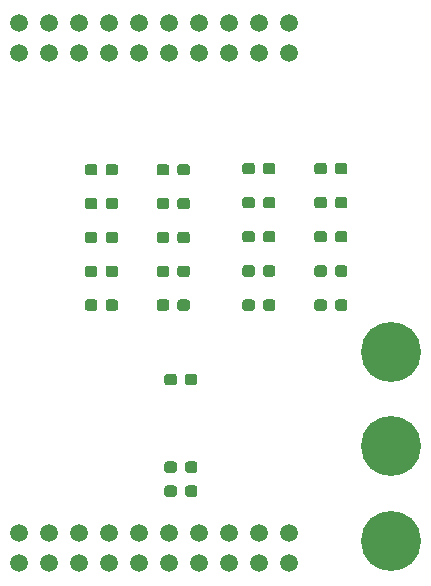
<source format=gbr>
G04 #@! TF.GenerationSoftware,KiCad,Pcbnew,(5.0.0)*
G04 #@! TF.CreationDate,2018-12-16T13:09:34-06:00*
G04 #@! TF.ProjectId,ShimbleBoard_Hardware,5368696D626C65426F6172645F486172,rev?*
G04 #@! TF.SameCoordinates,Original*
G04 #@! TF.FileFunction,Paste,Top*
G04 #@! TF.FilePolarity,Positive*
%FSLAX46Y46*%
G04 Gerber Fmt 4.6, Leading zero omitted, Abs format (unit mm)*
G04 Created by KiCad (PCBNEW (5.0.0)) date 12/16/18 13:09:34*
%MOMM*%
%LPD*%
G01*
G04 APERTURE LIST*
%ADD10C,5.080000*%
%ADD11C,1.520000*%
%ADD12C,0.100000*%
%ADD13C,0.950000*%
G04 APERTURE END LIST*
D10*
G04 #@! TO.C,Conn1*
X125704600Y-124840000D03*
X125704600Y-116839000D03*
X125704600Y-108840000D03*
G04 #@! TD*
D11*
G04 #@! TO.C,U1*
X99339001Y-81025001D03*
X96799001Y-81025001D03*
X94259001Y-81025001D03*
X117119001Y-83565001D03*
X114579001Y-83565001D03*
X112039001Y-83565001D03*
X109499001Y-83565001D03*
X106959001Y-83565001D03*
X104419001Y-83565001D03*
X101879001Y-83565001D03*
X99339001Y-83565001D03*
X96799001Y-83565001D03*
X94259001Y-83565001D03*
X117119001Y-126745001D03*
X112039001Y-126745001D03*
X106959001Y-126745001D03*
X104419001Y-126745001D03*
X101879001Y-126745001D03*
X99339001Y-126745001D03*
X96799001Y-126745001D03*
X117119001Y-124205001D03*
X112039001Y-124205001D03*
X101879001Y-124205001D03*
X99339001Y-124205001D03*
X96799001Y-124205001D03*
X94259001Y-124205001D03*
X106959001Y-124205001D03*
X109499001Y-124205001D03*
X114579001Y-126745001D03*
X101879001Y-81025001D03*
X104419001Y-81025001D03*
X114579001Y-124205001D03*
X109499001Y-126745001D03*
X112039001Y-81025001D03*
X109499001Y-81025001D03*
X104419001Y-124205001D03*
X106959001Y-81025001D03*
X114579001Y-81025001D03*
X117119001Y-81025001D03*
X94259001Y-126745001D03*
G04 #@! TD*
D12*
G04 #@! TO.C,C4*
G36*
X109135779Y-110727344D02*
X109158834Y-110730763D01*
X109181443Y-110736427D01*
X109203387Y-110744279D01*
X109224457Y-110754244D01*
X109244448Y-110766226D01*
X109263168Y-110780110D01*
X109280438Y-110795762D01*
X109296090Y-110813032D01*
X109309974Y-110831752D01*
X109321956Y-110851743D01*
X109331921Y-110872813D01*
X109339773Y-110894757D01*
X109345437Y-110917366D01*
X109348856Y-110940421D01*
X109350000Y-110963700D01*
X109350000Y-111438700D01*
X109348856Y-111461979D01*
X109345437Y-111485034D01*
X109339773Y-111507643D01*
X109331921Y-111529587D01*
X109321956Y-111550657D01*
X109309974Y-111570648D01*
X109296090Y-111589368D01*
X109280438Y-111606638D01*
X109263168Y-111622290D01*
X109244448Y-111636174D01*
X109224457Y-111648156D01*
X109203387Y-111658121D01*
X109181443Y-111665973D01*
X109158834Y-111671637D01*
X109135779Y-111675056D01*
X109112500Y-111676200D01*
X108537500Y-111676200D01*
X108514221Y-111675056D01*
X108491166Y-111671637D01*
X108468557Y-111665973D01*
X108446613Y-111658121D01*
X108425543Y-111648156D01*
X108405552Y-111636174D01*
X108386832Y-111622290D01*
X108369562Y-111606638D01*
X108353910Y-111589368D01*
X108340026Y-111570648D01*
X108328044Y-111550657D01*
X108318079Y-111529587D01*
X108310227Y-111507643D01*
X108304563Y-111485034D01*
X108301144Y-111461979D01*
X108300000Y-111438700D01*
X108300000Y-110963700D01*
X108301144Y-110940421D01*
X108304563Y-110917366D01*
X108310227Y-110894757D01*
X108318079Y-110872813D01*
X108328044Y-110851743D01*
X108340026Y-110831752D01*
X108353910Y-110813032D01*
X108369562Y-110795762D01*
X108386832Y-110780110D01*
X108405552Y-110766226D01*
X108425543Y-110754244D01*
X108446613Y-110744279D01*
X108468557Y-110736427D01*
X108491166Y-110730763D01*
X108514221Y-110727344D01*
X108537500Y-110726200D01*
X109112500Y-110726200D01*
X109135779Y-110727344D01*
X109135779Y-110727344D01*
G37*
D13*
X108825000Y-111201200D03*
D12*
G36*
X107385779Y-110727344D02*
X107408834Y-110730763D01*
X107431443Y-110736427D01*
X107453387Y-110744279D01*
X107474457Y-110754244D01*
X107494448Y-110766226D01*
X107513168Y-110780110D01*
X107530438Y-110795762D01*
X107546090Y-110813032D01*
X107559974Y-110831752D01*
X107571956Y-110851743D01*
X107581921Y-110872813D01*
X107589773Y-110894757D01*
X107595437Y-110917366D01*
X107598856Y-110940421D01*
X107600000Y-110963700D01*
X107600000Y-111438700D01*
X107598856Y-111461979D01*
X107595437Y-111485034D01*
X107589773Y-111507643D01*
X107581921Y-111529587D01*
X107571956Y-111550657D01*
X107559974Y-111570648D01*
X107546090Y-111589368D01*
X107530438Y-111606638D01*
X107513168Y-111622290D01*
X107494448Y-111636174D01*
X107474457Y-111648156D01*
X107453387Y-111658121D01*
X107431443Y-111665973D01*
X107408834Y-111671637D01*
X107385779Y-111675056D01*
X107362500Y-111676200D01*
X106787500Y-111676200D01*
X106764221Y-111675056D01*
X106741166Y-111671637D01*
X106718557Y-111665973D01*
X106696613Y-111658121D01*
X106675543Y-111648156D01*
X106655552Y-111636174D01*
X106636832Y-111622290D01*
X106619562Y-111606638D01*
X106603910Y-111589368D01*
X106590026Y-111570648D01*
X106578044Y-111550657D01*
X106568079Y-111529587D01*
X106560227Y-111507643D01*
X106554563Y-111485034D01*
X106551144Y-111461979D01*
X106550000Y-111438700D01*
X106550000Y-110963700D01*
X106551144Y-110940421D01*
X106554563Y-110917366D01*
X106560227Y-110894757D01*
X106568079Y-110872813D01*
X106578044Y-110851743D01*
X106590026Y-110831752D01*
X106603910Y-110813032D01*
X106619562Y-110795762D01*
X106636832Y-110780110D01*
X106655552Y-110766226D01*
X106675543Y-110754244D01*
X106696613Y-110744279D01*
X106718557Y-110736427D01*
X106741166Y-110730763D01*
X106764221Y-110727344D01*
X106787500Y-110726200D01*
X107362500Y-110726200D01*
X107385779Y-110727344D01*
X107385779Y-110727344D01*
G37*
D13*
X107075000Y-111201200D03*
G04 #@! TD*
D12*
G04 #@! TO.C,R7*
G36*
X115739779Y-92871144D02*
X115762834Y-92874563D01*
X115785443Y-92880227D01*
X115807387Y-92888079D01*
X115828457Y-92898044D01*
X115848448Y-92910026D01*
X115867168Y-92923910D01*
X115884438Y-92939562D01*
X115900090Y-92956832D01*
X115913974Y-92975552D01*
X115925956Y-92995543D01*
X115935921Y-93016613D01*
X115943773Y-93038557D01*
X115949437Y-93061166D01*
X115952856Y-93084221D01*
X115954000Y-93107500D01*
X115954000Y-93582500D01*
X115952856Y-93605779D01*
X115949437Y-93628834D01*
X115943773Y-93651443D01*
X115935921Y-93673387D01*
X115925956Y-93694457D01*
X115913974Y-93714448D01*
X115900090Y-93733168D01*
X115884438Y-93750438D01*
X115867168Y-93766090D01*
X115848448Y-93779974D01*
X115828457Y-93791956D01*
X115807387Y-93801921D01*
X115785443Y-93809773D01*
X115762834Y-93815437D01*
X115739779Y-93818856D01*
X115716500Y-93820000D01*
X115141500Y-93820000D01*
X115118221Y-93818856D01*
X115095166Y-93815437D01*
X115072557Y-93809773D01*
X115050613Y-93801921D01*
X115029543Y-93791956D01*
X115009552Y-93779974D01*
X114990832Y-93766090D01*
X114973562Y-93750438D01*
X114957910Y-93733168D01*
X114944026Y-93714448D01*
X114932044Y-93694457D01*
X114922079Y-93673387D01*
X114914227Y-93651443D01*
X114908563Y-93628834D01*
X114905144Y-93605779D01*
X114904000Y-93582500D01*
X114904000Y-93107500D01*
X114905144Y-93084221D01*
X114908563Y-93061166D01*
X114914227Y-93038557D01*
X114922079Y-93016613D01*
X114932044Y-92995543D01*
X114944026Y-92975552D01*
X114957910Y-92956832D01*
X114973562Y-92939562D01*
X114990832Y-92923910D01*
X115009552Y-92910026D01*
X115029543Y-92898044D01*
X115050613Y-92888079D01*
X115072557Y-92880227D01*
X115095166Y-92874563D01*
X115118221Y-92871144D01*
X115141500Y-92870000D01*
X115716500Y-92870000D01*
X115739779Y-92871144D01*
X115739779Y-92871144D01*
G37*
D13*
X115429000Y-93345000D03*
D12*
G36*
X113989779Y-92871144D02*
X114012834Y-92874563D01*
X114035443Y-92880227D01*
X114057387Y-92888079D01*
X114078457Y-92898044D01*
X114098448Y-92910026D01*
X114117168Y-92923910D01*
X114134438Y-92939562D01*
X114150090Y-92956832D01*
X114163974Y-92975552D01*
X114175956Y-92995543D01*
X114185921Y-93016613D01*
X114193773Y-93038557D01*
X114199437Y-93061166D01*
X114202856Y-93084221D01*
X114204000Y-93107500D01*
X114204000Y-93582500D01*
X114202856Y-93605779D01*
X114199437Y-93628834D01*
X114193773Y-93651443D01*
X114185921Y-93673387D01*
X114175956Y-93694457D01*
X114163974Y-93714448D01*
X114150090Y-93733168D01*
X114134438Y-93750438D01*
X114117168Y-93766090D01*
X114098448Y-93779974D01*
X114078457Y-93791956D01*
X114057387Y-93801921D01*
X114035443Y-93809773D01*
X114012834Y-93815437D01*
X113989779Y-93818856D01*
X113966500Y-93820000D01*
X113391500Y-93820000D01*
X113368221Y-93818856D01*
X113345166Y-93815437D01*
X113322557Y-93809773D01*
X113300613Y-93801921D01*
X113279543Y-93791956D01*
X113259552Y-93779974D01*
X113240832Y-93766090D01*
X113223562Y-93750438D01*
X113207910Y-93733168D01*
X113194026Y-93714448D01*
X113182044Y-93694457D01*
X113172079Y-93673387D01*
X113164227Y-93651443D01*
X113158563Y-93628834D01*
X113155144Y-93605779D01*
X113154000Y-93582500D01*
X113154000Y-93107500D01*
X113155144Y-93084221D01*
X113158563Y-93061166D01*
X113164227Y-93038557D01*
X113172079Y-93016613D01*
X113182044Y-92995543D01*
X113194026Y-92975552D01*
X113207910Y-92956832D01*
X113223562Y-92939562D01*
X113240832Y-92923910D01*
X113259552Y-92910026D01*
X113279543Y-92898044D01*
X113300613Y-92888079D01*
X113322557Y-92880227D01*
X113345166Y-92874563D01*
X113368221Y-92871144D01*
X113391500Y-92870000D01*
X113966500Y-92870000D01*
X113989779Y-92871144D01*
X113989779Y-92871144D01*
G37*
D13*
X113679000Y-93345000D03*
G04 #@! TD*
D12*
G04 #@! TO.C,C3*
G36*
X109135779Y-120176144D02*
X109158834Y-120179563D01*
X109181443Y-120185227D01*
X109203387Y-120193079D01*
X109224457Y-120203044D01*
X109244448Y-120215026D01*
X109263168Y-120228910D01*
X109280438Y-120244562D01*
X109296090Y-120261832D01*
X109309974Y-120280552D01*
X109321956Y-120300543D01*
X109331921Y-120321613D01*
X109339773Y-120343557D01*
X109345437Y-120366166D01*
X109348856Y-120389221D01*
X109350000Y-120412500D01*
X109350000Y-120887500D01*
X109348856Y-120910779D01*
X109345437Y-120933834D01*
X109339773Y-120956443D01*
X109331921Y-120978387D01*
X109321956Y-120999457D01*
X109309974Y-121019448D01*
X109296090Y-121038168D01*
X109280438Y-121055438D01*
X109263168Y-121071090D01*
X109244448Y-121084974D01*
X109224457Y-121096956D01*
X109203387Y-121106921D01*
X109181443Y-121114773D01*
X109158834Y-121120437D01*
X109135779Y-121123856D01*
X109112500Y-121125000D01*
X108537500Y-121125000D01*
X108514221Y-121123856D01*
X108491166Y-121120437D01*
X108468557Y-121114773D01*
X108446613Y-121106921D01*
X108425543Y-121096956D01*
X108405552Y-121084974D01*
X108386832Y-121071090D01*
X108369562Y-121055438D01*
X108353910Y-121038168D01*
X108340026Y-121019448D01*
X108328044Y-120999457D01*
X108318079Y-120978387D01*
X108310227Y-120956443D01*
X108304563Y-120933834D01*
X108301144Y-120910779D01*
X108300000Y-120887500D01*
X108300000Y-120412500D01*
X108301144Y-120389221D01*
X108304563Y-120366166D01*
X108310227Y-120343557D01*
X108318079Y-120321613D01*
X108328044Y-120300543D01*
X108340026Y-120280552D01*
X108353910Y-120261832D01*
X108369562Y-120244562D01*
X108386832Y-120228910D01*
X108405552Y-120215026D01*
X108425543Y-120203044D01*
X108446613Y-120193079D01*
X108468557Y-120185227D01*
X108491166Y-120179563D01*
X108514221Y-120176144D01*
X108537500Y-120175000D01*
X109112500Y-120175000D01*
X109135779Y-120176144D01*
X109135779Y-120176144D01*
G37*
D13*
X108825000Y-120650000D03*
D12*
G36*
X107385779Y-120176144D02*
X107408834Y-120179563D01*
X107431443Y-120185227D01*
X107453387Y-120193079D01*
X107474457Y-120203044D01*
X107494448Y-120215026D01*
X107513168Y-120228910D01*
X107530438Y-120244562D01*
X107546090Y-120261832D01*
X107559974Y-120280552D01*
X107571956Y-120300543D01*
X107581921Y-120321613D01*
X107589773Y-120343557D01*
X107595437Y-120366166D01*
X107598856Y-120389221D01*
X107600000Y-120412500D01*
X107600000Y-120887500D01*
X107598856Y-120910779D01*
X107595437Y-120933834D01*
X107589773Y-120956443D01*
X107581921Y-120978387D01*
X107571956Y-120999457D01*
X107559974Y-121019448D01*
X107546090Y-121038168D01*
X107530438Y-121055438D01*
X107513168Y-121071090D01*
X107494448Y-121084974D01*
X107474457Y-121096956D01*
X107453387Y-121106921D01*
X107431443Y-121114773D01*
X107408834Y-121120437D01*
X107385779Y-121123856D01*
X107362500Y-121125000D01*
X106787500Y-121125000D01*
X106764221Y-121123856D01*
X106741166Y-121120437D01*
X106718557Y-121114773D01*
X106696613Y-121106921D01*
X106675543Y-121096956D01*
X106655552Y-121084974D01*
X106636832Y-121071090D01*
X106619562Y-121055438D01*
X106603910Y-121038168D01*
X106590026Y-121019448D01*
X106578044Y-120999457D01*
X106568079Y-120978387D01*
X106560227Y-120956443D01*
X106554563Y-120933834D01*
X106551144Y-120910779D01*
X106550000Y-120887500D01*
X106550000Y-120412500D01*
X106551144Y-120389221D01*
X106554563Y-120366166D01*
X106560227Y-120343557D01*
X106568079Y-120321613D01*
X106578044Y-120300543D01*
X106590026Y-120280552D01*
X106603910Y-120261832D01*
X106619562Y-120244562D01*
X106636832Y-120228910D01*
X106655552Y-120215026D01*
X106675543Y-120203044D01*
X106696613Y-120193079D01*
X106718557Y-120185227D01*
X106741166Y-120179563D01*
X106764221Y-120176144D01*
X106787500Y-120175000D01*
X107362500Y-120175000D01*
X107385779Y-120176144D01*
X107385779Y-120176144D01*
G37*
D13*
X107075000Y-120650000D03*
G04 #@! TD*
D12*
G04 #@! TO.C,D3*
G36*
X106736779Y-104428141D02*
X106759834Y-104431560D01*
X106782443Y-104437224D01*
X106804387Y-104445076D01*
X106825457Y-104455041D01*
X106845448Y-104467023D01*
X106864168Y-104480907D01*
X106881438Y-104496559D01*
X106897090Y-104513829D01*
X106910974Y-104532549D01*
X106922956Y-104552540D01*
X106932921Y-104573610D01*
X106940773Y-104595554D01*
X106946437Y-104618163D01*
X106949856Y-104641218D01*
X106951000Y-104664497D01*
X106951000Y-105139497D01*
X106949856Y-105162776D01*
X106946437Y-105185831D01*
X106940773Y-105208440D01*
X106932921Y-105230384D01*
X106922956Y-105251454D01*
X106910974Y-105271445D01*
X106897090Y-105290165D01*
X106881438Y-105307435D01*
X106864168Y-105323087D01*
X106845448Y-105336971D01*
X106825457Y-105348953D01*
X106804387Y-105358918D01*
X106782443Y-105366770D01*
X106759834Y-105372434D01*
X106736779Y-105375853D01*
X106713500Y-105376997D01*
X106138500Y-105376997D01*
X106115221Y-105375853D01*
X106092166Y-105372434D01*
X106069557Y-105366770D01*
X106047613Y-105358918D01*
X106026543Y-105348953D01*
X106006552Y-105336971D01*
X105987832Y-105323087D01*
X105970562Y-105307435D01*
X105954910Y-105290165D01*
X105941026Y-105271445D01*
X105929044Y-105251454D01*
X105919079Y-105230384D01*
X105911227Y-105208440D01*
X105905563Y-105185831D01*
X105902144Y-105162776D01*
X105901000Y-105139497D01*
X105901000Y-104664497D01*
X105902144Y-104641218D01*
X105905563Y-104618163D01*
X105911227Y-104595554D01*
X105919079Y-104573610D01*
X105929044Y-104552540D01*
X105941026Y-104532549D01*
X105954910Y-104513829D01*
X105970562Y-104496559D01*
X105987832Y-104480907D01*
X106006552Y-104467023D01*
X106026543Y-104455041D01*
X106047613Y-104445076D01*
X106069557Y-104437224D01*
X106092166Y-104431560D01*
X106115221Y-104428141D01*
X106138500Y-104426997D01*
X106713500Y-104426997D01*
X106736779Y-104428141D01*
X106736779Y-104428141D01*
G37*
D13*
X106426000Y-104901997D03*
D12*
G36*
X108486779Y-104428141D02*
X108509834Y-104431560D01*
X108532443Y-104437224D01*
X108554387Y-104445076D01*
X108575457Y-104455041D01*
X108595448Y-104467023D01*
X108614168Y-104480907D01*
X108631438Y-104496559D01*
X108647090Y-104513829D01*
X108660974Y-104532549D01*
X108672956Y-104552540D01*
X108682921Y-104573610D01*
X108690773Y-104595554D01*
X108696437Y-104618163D01*
X108699856Y-104641218D01*
X108701000Y-104664497D01*
X108701000Y-105139497D01*
X108699856Y-105162776D01*
X108696437Y-105185831D01*
X108690773Y-105208440D01*
X108682921Y-105230384D01*
X108672956Y-105251454D01*
X108660974Y-105271445D01*
X108647090Y-105290165D01*
X108631438Y-105307435D01*
X108614168Y-105323087D01*
X108595448Y-105336971D01*
X108575457Y-105348953D01*
X108554387Y-105358918D01*
X108532443Y-105366770D01*
X108509834Y-105372434D01*
X108486779Y-105375853D01*
X108463500Y-105376997D01*
X107888500Y-105376997D01*
X107865221Y-105375853D01*
X107842166Y-105372434D01*
X107819557Y-105366770D01*
X107797613Y-105358918D01*
X107776543Y-105348953D01*
X107756552Y-105336971D01*
X107737832Y-105323087D01*
X107720562Y-105307435D01*
X107704910Y-105290165D01*
X107691026Y-105271445D01*
X107679044Y-105251454D01*
X107669079Y-105230384D01*
X107661227Y-105208440D01*
X107655563Y-105185831D01*
X107652144Y-105162776D01*
X107651000Y-105139497D01*
X107651000Y-104664497D01*
X107652144Y-104641218D01*
X107655563Y-104618163D01*
X107661227Y-104595554D01*
X107669079Y-104573610D01*
X107679044Y-104552540D01*
X107691026Y-104532549D01*
X107704910Y-104513829D01*
X107720562Y-104496559D01*
X107737832Y-104480907D01*
X107756552Y-104467023D01*
X107776543Y-104455041D01*
X107797613Y-104445076D01*
X107819557Y-104437224D01*
X107842166Y-104431560D01*
X107865221Y-104428141D01*
X107888500Y-104426997D01*
X108463500Y-104426997D01*
X108486779Y-104428141D01*
X108486779Y-104428141D01*
G37*
D13*
X108176000Y-104901997D03*
G04 #@! TD*
D12*
G04 #@! TO.C,D4*
G36*
X120085779Y-104428141D02*
X120108834Y-104431560D01*
X120131443Y-104437224D01*
X120153387Y-104445076D01*
X120174457Y-104455041D01*
X120194448Y-104467023D01*
X120213168Y-104480907D01*
X120230438Y-104496559D01*
X120246090Y-104513829D01*
X120259974Y-104532549D01*
X120271956Y-104552540D01*
X120281921Y-104573610D01*
X120289773Y-104595554D01*
X120295437Y-104618163D01*
X120298856Y-104641218D01*
X120300000Y-104664497D01*
X120300000Y-105139497D01*
X120298856Y-105162776D01*
X120295437Y-105185831D01*
X120289773Y-105208440D01*
X120281921Y-105230384D01*
X120271956Y-105251454D01*
X120259974Y-105271445D01*
X120246090Y-105290165D01*
X120230438Y-105307435D01*
X120213168Y-105323087D01*
X120194448Y-105336971D01*
X120174457Y-105348953D01*
X120153387Y-105358918D01*
X120131443Y-105366770D01*
X120108834Y-105372434D01*
X120085779Y-105375853D01*
X120062500Y-105376997D01*
X119487500Y-105376997D01*
X119464221Y-105375853D01*
X119441166Y-105372434D01*
X119418557Y-105366770D01*
X119396613Y-105358918D01*
X119375543Y-105348953D01*
X119355552Y-105336971D01*
X119336832Y-105323087D01*
X119319562Y-105307435D01*
X119303910Y-105290165D01*
X119290026Y-105271445D01*
X119278044Y-105251454D01*
X119268079Y-105230384D01*
X119260227Y-105208440D01*
X119254563Y-105185831D01*
X119251144Y-105162776D01*
X119250000Y-105139497D01*
X119250000Y-104664497D01*
X119251144Y-104641218D01*
X119254563Y-104618163D01*
X119260227Y-104595554D01*
X119268079Y-104573610D01*
X119278044Y-104552540D01*
X119290026Y-104532549D01*
X119303910Y-104513829D01*
X119319562Y-104496559D01*
X119336832Y-104480907D01*
X119355552Y-104467023D01*
X119375543Y-104455041D01*
X119396613Y-104445076D01*
X119418557Y-104437224D01*
X119441166Y-104431560D01*
X119464221Y-104428141D01*
X119487500Y-104426997D01*
X120062500Y-104426997D01*
X120085779Y-104428141D01*
X120085779Y-104428141D01*
G37*
D13*
X119775000Y-104901997D03*
D12*
G36*
X121835779Y-104428141D02*
X121858834Y-104431560D01*
X121881443Y-104437224D01*
X121903387Y-104445076D01*
X121924457Y-104455041D01*
X121944448Y-104467023D01*
X121963168Y-104480907D01*
X121980438Y-104496559D01*
X121996090Y-104513829D01*
X122009974Y-104532549D01*
X122021956Y-104552540D01*
X122031921Y-104573610D01*
X122039773Y-104595554D01*
X122045437Y-104618163D01*
X122048856Y-104641218D01*
X122050000Y-104664497D01*
X122050000Y-105139497D01*
X122048856Y-105162776D01*
X122045437Y-105185831D01*
X122039773Y-105208440D01*
X122031921Y-105230384D01*
X122021956Y-105251454D01*
X122009974Y-105271445D01*
X121996090Y-105290165D01*
X121980438Y-105307435D01*
X121963168Y-105323087D01*
X121944448Y-105336971D01*
X121924457Y-105348953D01*
X121903387Y-105358918D01*
X121881443Y-105366770D01*
X121858834Y-105372434D01*
X121835779Y-105375853D01*
X121812500Y-105376997D01*
X121237500Y-105376997D01*
X121214221Y-105375853D01*
X121191166Y-105372434D01*
X121168557Y-105366770D01*
X121146613Y-105358918D01*
X121125543Y-105348953D01*
X121105552Y-105336971D01*
X121086832Y-105323087D01*
X121069562Y-105307435D01*
X121053910Y-105290165D01*
X121040026Y-105271445D01*
X121028044Y-105251454D01*
X121018079Y-105230384D01*
X121010227Y-105208440D01*
X121004563Y-105185831D01*
X121001144Y-105162776D01*
X121000000Y-105139497D01*
X121000000Y-104664497D01*
X121001144Y-104641218D01*
X121004563Y-104618163D01*
X121010227Y-104595554D01*
X121018079Y-104573610D01*
X121028044Y-104552540D01*
X121040026Y-104532549D01*
X121053910Y-104513829D01*
X121069562Y-104496559D01*
X121086832Y-104480907D01*
X121105552Y-104467023D01*
X121125543Y-104455041D01*
X121146613Y-104445076D01*
X121168557Y-104437224D01*
X121191166Y-104431560D01*
X121214221Y-104428141D01*
X121237500Y-104426997D01*
X121812500Y-104426997D01*
X121835779Y-104428141D01*
X121835779Y-104428141D01*
G37*
D13*
X121525000Y-104901997D03*
G04 #@! TD*
D12*
G04 #@! TO.C,D5*
G36*
X106736779Y-92973477D02*
X106759834Y-92976896D01*
X106782443Y-92982560D01*
X106804387Y-92990412D01*
X106825457Y-93000377D01*
X106845448Y-93012359D01*
X106864168Y-93026243D01*
X106881438Y-93041895D01*
X106897090Y-93059165D01*
X106910974Y-93077885D01*
X106922956Y-93097876D01*
X106932921Y-93118946D01*
X106940773Y-93140890D01*
X106946437Y-93163499D01*
X106949856Y-93186554D01*
X106951000Y-93209833D01*
X106951000Y-93684833D01*
X106949856Y-93708112D01*
X106946437Y-93731167D01*
X106940773Y-93753776D01*
X106932921Y-93775720D01*
X106922956Y-93796790D01*
X106910974Y-93816781D01*
X106897090Y-93835501D01*
X106881438Y-93852771D01*
X106864168Y-93868423D01*
X106845448Y-93882307D01*
X106825457Y-93894289D01*
X106804387Y-93904254D01*
X106782443Y-93912106D01*
X106759834Y-93917770D01*
X106736779Y-93921189D01*
X106713500Y-93922333D01*
X106138500Y-93922333D01*
X106115221Y-93921189D01*
X106092166Y-93917770D01*
X106069557Y-93912106D01*
X106047613Y-93904254D01*
X106026543Y-93894289D01*
X106006552Y-93882307D01*
X105987832Y-93868423D01*
X105970562Y-93852771D01*
X105954910Y-93835501D01*
X105941026Y-93816781D01*
X105929044Y-93796790D01*
X105919079Y-93775720D01*
X105911227Y-93753776D01*
X105905563Y-93731167D01*
X105902144Y-93708112D01*
X105901000Y-93684833D01*
X105901000Y-93209833D01*
X105902144Y-93186554D01*
X105905563Y-93163499D01*
X105911227Y-93140890D01*
X105919079Y-93118946D01*
X105929044Y-93097876D01*
X105941026Y-93077885D01*
X105954910Y-93059165D01*
X105970562Y-93041895D01*
X105987832Y-93026243D01*
X106006552Y-93012359D01*
X106026543Y-93000377D01*
X106047613Y-92990412D01*
X106069557Y-92982560D01*
X106092166Y-92976896D01*
X106115221Y-92973477D01*
X106138500Y-92972333D01*
X106713500Y-92972333D01*
X106736779Y-92973477D01*
X106736779Y-92973477D01*
G37*
D13*
X106426000Y-93447333D03*
D12*
G36*
X108486779Y-92973477D02*
X108509834Y-92976896D01*
X108532443Y-92982560D01*
X108554387Y-92990412D01*
X108575457Y-93000377D01*
X108595448Y-93012359D01*
X108614168Y-93026243D01*
X108631438Y-93041895D01*
X108647090Y-93059165D01*
X108660974Y-93077885D01*
X108672956Y-93097876D01*
X108682921Y-93118946D01*
X108690773Y-93140890D01*
X108696437Y-93163499D01*
X108699856Y-93186554D01*
X108701000Y-93209833D01*
X108701000Y-93684833D01*
X108699856Y-93708112D01*
X108696437Y-93731167D01*
X108690773Y-93753776D01*
X108682921Y-93775720D01*
X108672956Y-93796790D01*
X108660974Y-93816781D01*
X108647090Y-93835501D01*
X108631438Y-93852771D01*
X108614168Y-93868423D01*
X108595448Y-93882307D01*
X108575457Y-93894289D01*
X108554387Y-93904254D01*
X108532443Y-93912106D01*
X108509834Y-93917770D01*
X108486779Y-93921189D01*
X108463500Y-93922333D01*
X107888500Y-93922333D01*
X107865221Y-93921189D01*
X107842166Y-93917770D01*
X107819557Y-93912106D01*
X107797613Y-93904254D01*
X107776543Y-93894289D01*
X107756552Y-93882307D01*
X107737832Y-93868423D01*
X107720562Y-93852771D01*
X107704910Y-93835501D01*
X107691026Y-93816781D01*
X107679044Y-93796790D01*
X107669079Y-93775720D01*
X107661227Y-93753776D01*
X107655563Y-93731167D01*
X107652144Y-93708112D01*
X107651000Y-93684833D01*
X107651000Y-93209833D01*
X107652144Y-93186554D01*
X107655563Y-93163499D01*
X107661227Y-93140890D01*
X107669079Y-93118946D01*
X107679044Y-93097876D01*
X107691026Y-93077885D01*
X107704910Y-93059165D01*
X107720562Y-93041895D01*
X107737832Y-93026243D01*
X107756552Y-93012359D01*
X107776543Y-93000377D01*
X107797613Y-92990412D01*
X107819557Y-92982560D01*
X107842166Y-92976896D01*
X107865221Y-92973477D01*
X107888500Y-92972333D01*
X108463500Y-92972333D01*
X108486779Y-92973477D01*
X108486779Y-92973477D01*
G37*
D13*
X108176000Y-93447333D03*
G04 #@! TD*
D12*
G04 #@! TO.C,D6*
G36*
X106736779Y-95837143D02*
X106759834Y-95840562D01*
X106782443Y-95846226D01*
X106804387Y-95854078D01*
X106825457Y-95864043D01*
X106845448Y-95876025D01*
X106864168Y-95889909D01*
X106881438Y-95905561D01*
X106897090Y-95922831D01*
X106910974Y-95941551D01*
X106922956Y-95961542D01*
X106932921Y-95982612D01*
X106940773Y-96004556D01*
X106946437Y-96027165D01*
X106949856Y-96050220D01*
X106951000Y-96073499D01*
X106951000Y-96548499D01*
X106949856Y-96571778D01*
X106946437Y-96594833D01*
X106940773Y-96617442D01*
X106932921Y-96639386D01*
X106922956Y-96660456D01*
X106910974Y-96680447D01*
X106897090Y-96699167D01*
X106881438Y-96716437D01*
X106864168Y-96732089D01*
X106845448Y-96745973D01*
X106825457Y-96757955D01*
X106804387Y-96767920D01*
X106782443Y-96775772D01*
X106759834Y-96781436D01*
X106736779Y-96784855D01*
X106713500Y-96785999D01*
X106138500Y-96785999D01*
X106115221Y-96784855D01*
X106092166Y-96781436D01*
X106069557Y-96775772D01*
X106047613Y-96767920D01*
X106026543Y-96757955D01*
X106006552Y-96745973D01*
X105987832Y-96732089D01*
X105970562Y-96716437D01*
X105954910Y-96699167D01*
X105941026Y-96680447D01*
X105929044Y-96660456D01*
X105919079Y-96639386D01*
X105911227Y-96617442D01*
X105905563Y-96594833D01*
X105902144Y-96571778D01*
X105901000Y-96548499D01*
X105901000Y-96073499D01*
X105902144Y-96050220D01*
X105905563Y-96027165D01*
X105911227Y-96004556D01*
X105919079Y-95982612D01*
X105929044Y-95961542D01*
X105941026Y-95941551D01*
X105954910Y-95922831D01*
X105970562Y-95905561D01*
X105987832Y-95889909D01*
X106006552Y-95876025D01*
X106026543Y-95864043D01*
X106047613Y-95854078D01*
X106069557Y-95846226D01*
X106092166Y-95840562D01*
X106115221Y-95837143D01*
X106138500Y-95835999D01*
X106713500Y-95835999D01*
X106736779Y-95837143D01*
X106736779Y-95837143D01*
G37*
D13*
X106426000Y-96310999D03*
D12*
G36*
X108486779Y-95837143D02*
X108509834Y-95840562D01*
X108532443Y-95846226D01*
X108554387Y-95854078D01*
X108575457Y-95864043D01*
X108595448Y-95876025D01*
X108614168Y-95889909D01*
X108631438Y-95905561D01*
X108647090Y-95922831D01*
X108660974Y-95941551D01*
X108672956Y-95961542D01*
X108682921Y-95982612D01*
X108690773Y-96004556D01*
X108696437Y-96027165D01*
X108699856Y-96050220D01*
X108701000Y-96073499D01*
X108701000Y-96548499D01*
X108699856Y-96571778D01*
X108696437Y-96594833D01*
X108690773Y-96617442D01*
X108682921Y-96639386D01*
X108672956Y-96660456D01*
X108660974Y-96680447D01*
X108647090Y-96699167D01*
X108631438Y-96716437D01*
X108614168Y-96732089D01*
X108595448Y-96745973D01*
X108575457Y-96757955D01*
X108554387Y-96767920D01*
X108532443Y-96775772D01*
X108509834Y-96781436D01*
X108486779Y-96784855D01*
X108463500Y-96785999D01*
X107888500Y-96785999D01*
X107865221Y-96784855D01*
X107842166Y-96781436D01*
X107819557Y-96775772D01*
X107797613Y-96767920D01*
X107776543Y-96757955D01*
X107756552Y-96745973D01*
X107737832Y-96732089D01*
X107720562Y-96716437D01*
X107704910Y-96699167D01*
X107691026Y-96680447D01*
X107679044Y-96660456D01*
X107669079Y-96639386D01*
X107661227Y-96617442D01*
X107655563Y-96594833D01*
X107652144Y-96571778D01*
X107651000Y-96548499D01*
X107651000Y-96073499D01*
X107652144Y-96050220D01*
X107655563Y-96027165D01*
X107661227Y-96004556D01*
X107669079Y-95982612D01*
X107679044Y-95961542D01*
X107691026Y-95941551D01*
X107704910Y-95922831D01*
X107720562Y-95905561D01*
X107737832Y-95889909D01*
X107756552Y-95876025D01*
X107776543Y-95864043D01*
X107797613Y-95854078D01*
X107819557Y-95846226D01*
X107842166Y-95840562D01*
X107865221Y-95837143D01*
X107888500Y-95835999D01*
X108463500Y-95835999D01*
X108486779Y-95837143D01*
X108486779Y-95837143D01*
G37*
D13*
X108176000Y-96310999D03*
G04 #@! TD*
D12*
G04 #@! TO.C,D7*
G36*
X106736779Y-98700809D02*
X106759834Y-98704228D01*
X106782443Y-98709892D01*
X106804387Y-98717744D01*
X106825457Y-98727709D01*
X106845448Y-98739691D01*
X106864168Y-98753575D01*
X106881438Y-98769227D01*
X106897090Y-98786497D01*
X106910974Y-98805217D01*
X106922956Y-98825208D01*
X106932921Y-98846278D01*
X106940773Y-98868222D01*
X106946437Y-98890831D01*
X106949856Y-98913886D01*
X106951000Y-98937165D01*
X106951000Y-99412165D01*
X106949856Y-99435444D01*
X106946437Y-99458499D01*
X106940773Y-99481108D01*
X106932921Y-99503052D01*
X106922956Y-99524122D01*
X106910974Y-99544113D01*
X106897090Y-99562833D01*
X106881438Y-99580103D01*
X106864168Y-99595755D01*
X106845448Y-99609639D01*
X106825457Y-99621621D01*
X106804387Y-99631586D01*
X106782443Y-99639438D01*
X106759834Y-99645102D01*
X106736779Y-99648521D01*
X106713500Y-99649665D01*
X106138500Y-99649665D01*
X106115221Y-99648521D01*
X106092166Y-99645102D01*
X106069557Y-99639438D01*
X106047613Y-99631586D01*
X106026543Y-99621621D01*
X106006552Y-99609639D01*
X105987832Y-99595755D01*
X105970562Y-99580103D01*
X105954910Y-99562833D01*
X105941026Y-99544113D01*
X105929044Y-99524122D01*
X105919079Y-99503052D01*
X105911227Y-99481108D01*
X105905563Y-99458499D01*
X105902144Y-99435444D01*
X105901000Y-99412165D01*
X105901000Y-98937165D01*
X105902144Y-98913886D01*
X105905563Y-98890831D01*
X105911227Y-98868222D01*
X105919079Y-98846278D01*
X105929044Y-98825208D01*
X105941026Y-98805217D01*
X105954910Y-98786497D01*
X105970562Y-98769227D01*
X105987832Y-98753575D01*
X106006552Y-98739691D01*
X106026543Y-98727709D01*
X106047613Y-98717744D01*
X106069557Y-98709892D01*
X106092166Y-98704228D01*
X106115221Y-98700809D01*
X106138500Y-98699665D01*
X106713500Y-98699665D01*
X106736779Y-98700809D01*
X106736779Y-98700809D01*
G37*
D13*
X106426000Y-99174665D03*
D12*
G36*
X108486779Y-98700809D02*
X108509834Y-98704228D01*
X108532443Y-98709892D01*
X108554387Y-98717744D01*
X108575457Y-98727709D01*
X108595448Y-98739691D01*
X108614168Y-98753575D01*
X108631438Y-98769227D01*
X108647090Y-98786497D01*
X108660974Y-98805217D01*
X108672956Y-98825208D01*
X108682921Y-98846278D01*
X108690773Y-98868222D01*
X108696437Y-98890831D01*
X108699856Y-98913886D01*
X108701000Y-98937165D01*
X108701000Y-99412165D01*
X108699856Y-99435444D01*
X108696437Y-99458499D01*
X108690773Y-99481108D01*
X108682921Y-99503052D01*
X108672956Y-99524122D01*
X108660974Y-99544113D01*
X108647090Y-99562833D01*
X108631438Y-99580103D01*
X108614168Y-99595755D01*
X108595448Y-99609639D01*
X108575457Y-99621621D01*
X108554387Y-99631586D01*
X108532443Y-99639438D01*
X108509834Y-99645102D01*
X108486779Y-99648521D01*
X108463500Y-99649665D01*
X107888500Y-99649665D01*
X107865221Y-99648521D01*
X107842166Y-99645102D01*
X107819557Y-99639438D01*
X107797613Y-99631586D01*
X107776543Y-99621621D01*
X107756552Y-99609639D01*
X107737832Y-99595755D01*
X107720562Y-99580103D01*
X107704910Y-99562833D01*
X107691026Y-99544113D01*
X107679044Y-99524122D01*
X107669079Y-99503052D01*
X107661227Y-99481108D01*
X107655563Y-99458499D01*
X107652144Y-99435444D01*
X107651000Y-99412165D01*
X107651000Y-98937165D01*
X107652144Y-98913886D01*
X107655563Y-98890831D01*
X107661227Y-98868222D01*
X107669079Y-98846278D01*
X107679044Y-98825208D01*
X107691026Y-98805217D01*
X107704910Y-98786497D01*
X107720562Y-98769227D01*
X107737832Y-98753575D01*
X107756552Y-98739691D01*
X107776543Y-98727709D01*
X107797613Y-98717744D01*
X107819557Y-98709892D01*
X107842166Y-98704228D01*
X107865221Y-98700809D01*
X107888500Y-98699665D01*
X108463500Y-98699665D01*
X108486779Y-98700809D01*
X108486779Y-98700809D01*
G37*
D13*
X108176000Y-99174665D03*
G04 #@! TD*
D12*
G04 #@! TO.C,D8*
G36*
X106736779Y-101564475D02*
X106759834Y-101567894D01*
X106782443Y-101573558D01*
X106804387Y-101581410D01*
X106825457Y-101591375D01*
X106845448Y-101603357D01*
X106864168Y-101617241D01*
X106881438Y-101632893D01*
X106897090Y-101650163D01*
X106910974Y-101668883D01*
X106922956Y-101688874D01*
X106932921Y-101709944D01*
X106940773Y-101731888D01*
X106946437Y-101754497D01*
X106949856Y-101777552D01*
X106951000Y-101800831D01*
X106951000Y-102275831D01*
X106949856Y-102299110D01*
X106946437Y-102322165D01*
X106940773Y-102344774D01*
X106932921Y-102366718D01*
X106922956Y-102387788D01*
X106910974Y-102407779D01*
X106897090Y-102426499D01*
X106881438Y-102443769D01*
X106864168Y-102459421D01*
X106845448Y-102473305D01*
X106825457Y-102485287D01*
X106804387Y-102495252D01*
X106782443Y-102503104D01*
X106759834Y-102508768D01*
X106736779Y-102512187D01*
X106713500Y-102513331D01*
X106138500Y-102513331D01*
X106115221Y-102512187D01*
X106092166Y-102508768D01*
X106069557Y-102503104D01*
X106047613Y-102495252D01*
X106026543Y-102485287D01*
X106006552Y-102473305D01*
X105987832Y-102459421D01*
X105970562Y-102443769D01*
X105954910Y-102426499D01*
X105941026Y-102407779D01*
X105929044Y-102387788D01*
X105919079Y-102366718D01*
X105911227Y-102344774D01*
X105905563Y-102322165D01*
X105902144Y-102299110D01*
X105901000Y-102275831D01*
X105901000Y-101800831D01*
X105902144Y-101777552D01*
X105905563Y-101754497D01*
X105911227Y-101731888D01*
X105919079Y-101709944D01*
X105929044Y-101688874D01*
X105941026Y-101668883D01*
X105954910Y-101650163D01*
X105970562Y-101632893D01*
X105987832Y-101617241D01*
X106006552Y-101603357D01*
X106026543Y-101591375D01*
X106047613Y-101581410D01*
X106069557Y-101573558D01*
X106092166Y-101567894D01*
X106115221Y-101564475D01*
X106138500Y-101563331D01*
X106713500Y-101563331D01*
X106736779Y-101564475D01*
X106736779Y-101564475D01*
G37*
D13*
X106426000Y-102038331D03*
D12*
G36*
X108486779Y-101564475D02*
X108509834Y-101567894D01*
X108532443Y-101573558D01*
X108554387Y-101581410D01*
X108575457Y-101591375D01*
X108595448Y-101603357D01*
X108614168Y-101617241D01*
X108631438Y-101632893D01*
X108647090Y-101650163D01*
X108660974Y-101668883D01*
X108672956Y-101688874D01*
X108682921Y-101709944D01*
X108690773Y-101731888D01*
X108696437Y-101754497D01*
X108699856Y-101777552D01*
X108701000Y-101800831D01*
X108701000Y-102275831D01*
X108699856Y-102299110D01*
X108696437Y-102322165D01*
X108690773Y-102344774D01*
X108682921Y-102366718D01*
X108672956Y-102387788D01*
X108660974Y-102407779D01*
X108647090Y-102426499D01*
X108631438Y-102443769D01*
X108614168Y-102459421D01*
X108595448Y-102473305D01*
X108575457Y-102485287D01*
X108554387Y-102495252D01*
X108532443Y-102503104D01*
X108509834Y-102508768D01*
X108486779Y-102512187D01*
X108463500Y-102513331D01*
X107888500Y-102513331D01*
X107865221Y-102512187D01*
X107842166Y-102508768D01*
X107819557Y-102503104D01*
X107797613Y-102495252D01*
X107776543Y-102485287D01*
X107756552Y-102473305D01*
X107737832Y-102459421D01*
X107720562Y-102443769D01*
X107704910Y-102426499D01*
X107691026Y-102407779D01*
X107679044Y-102387788D01*
X107669079Y-102366718D01*
X107661227Y-102344774D01*
X107655563Y-102322165D01*
X107652144Y-102299110D01*
X107651000Y-102275831D01*
X107651000Y-101800831D01*
X107652144Y-101777552D01*
X107655563Y-101754497D01*
X107661227Y-101731888D01*
X107669079Y-101709944D01*
X107679044Y-101688874D01*
X107691026Y-101668883D01*
X107704910Y-101650163D01*
X107720562Y-101632893D01*
X107737832Y-101617241D01*
X107756552Y-101603357D01*
X107776543Y-101591375D01*
X107797613Y-101581410D01*
X107819557Y-101573558D01*
X107842166Y-101567894D01*
X107865221Y-101564475D01*
X107888500Y-101563331D01*
X108463500Y-101563331D01*
X108486779Y-101564475D01*
X108486779Y-101564475D01*
G37*
D13*
X108176000Y-102038331D03*
G04 #@! TD*
D12*
G04 #@! TO.C,D9*
G36*
X120085779Y-92871144D02*
X120108834Y-92874563D01*
X120131443Y-92880227D01*
X120153387Y-92888079D01*
X120174457Y-92898044D01*
X120194448Y-92910026D01*
X120213168Y-92923910D01*
X120230438Y-92939562D01*
X120246090Y-92956832D01*
X120259974Y-92975552D01*
X120271956Y-92995543D01*
X120281921Y-93016613D01*
X120289773Y-93038557D01*
X120295437Y-93061166D01*
X120298856Y-93084221D01*
X120300000Y-93107500D01*
X120300000Y-93582500D01*
X120298856Y-93605779D01*
X120295437Y-93628834D01*
X120289773Y-93651443D01*
X120281921Y-93673387D01*
X120271956Y-93694457D01*
X120259974Y-93714448D01*
X120246090Y-93733168D01*
X120230438Y-93750438D01*
X120213168Y-93766090D01*
X120194448Y-93779974D01*
X120174457Y-93791956D01*
X120153387Y-93801921D01*
X120131443Y-93809773D01*
X120108834Y-93815437D01*
X120085779Y-93818856D01*
X120062500Y-93820000D01*
X119487500Y-93820000D01*
X119464221Y-93818856D01*
X119441166Y-93815437D01*
X119418557Y-93809773D01*
X119396613Y-93801921D01*
X119375543Y-93791956D01*
X119355552Y-93779974D01*
X119336832Y-93766090D01*
X119319562Y-93750438D01*
X119303910Y-93733168D01*
X119290026Y-93714448D01*
X119278044Y-93694457D01*
X119268079Y-93673387D01*
X119260227Y-93651443D01*
X119254563Y-93628834D01*
X119251144Y-93605779D01*
X119250000Y-93582500D01*
X119250000Y-93107500D01*
X119251144Y-93084221D01*
X119254563Y-93061166D01*
X119260227Y-93038557D01*
X119268079Y-93016613D01*
X119278044Y-92995543D01*
X119290026Y-92975552D01*
X119303910Y-92956832D01*
X119319562Y-92939562D01*
X119336832Y-92923910D01*
X119355552Y-92910026D01*
X119375543Y-92898044D01*
X119396613Y-92888079D01*
X119418557Y-92880227D01*
X119441166Y-92874563D01*
X119464221Y-92871144D01*
X119487500Y-92870000D01*
X120062500Y-92870000D01*
X120085779Y-92871144D01*
X120085779Y-92871144D01*
G37*
D13*
X119775000Y-93345000D03*
D12*
G36*
X121835779Y-92871144D02*
X121858834Y-92874563D01*
X121881443Y-92880227D01*
X121903387Y-92888079D01*
X121924457Y-92898044D01*
X121944448Y-92910026D01*
X121963168Y-92923910D01*
X121980438Y-92939562D01*
X121996090Y-92956832D01*
X122009974Y-92975552D01*
X122021956Y-92995543D01*
X122031921Y-93016613D01*
X122039773Y-93038557D01*
X122045437Y-93061166D01*
X122048856Y-93084221D01*
X122050000Y-93107500D01*
X122050000Y-93582500D01*
X122048856Y-93605779D01*
X122045437Y-93628834D01*
X122039773Y-93651443D01*
X122031921Y-93673387D01*
X122021956Y-93694457D01*
X122009974Y-93714448D01*
X121996090Y-93733168D01*
X121980438Y-93750438D01*
X121963168Y-93766090D01*
X121944448Y-93779974D01*
X121924457Y-93791956D01*
X121903387Y-93801921D01*
X121881443Y-93809773D01*
X121858834Y-93815437D01*
X121835779Y-93818856D01*
X121812500Y-93820000D01*
X121237500Y-93820000D01*
X121214221Y-93818856D01*
X121191166Y-93815437D01*
X121168557Y-93809773D01*
X121146613Y-93801921D01*
X121125543Y-93791956D01*
X121105552Y-93779974D01*
X121086832Y-93766090D01*
X121069562Y-93750438D01*
X121053910Y-93733168D01*
X121040026Y-93714448D01*
X121028044Y-93694457D01*
X121018079Y-93673387D01*
X121010227Y-93651443D01*
X121004563Y-93628834D01*
X121001144Y-93605779D01*
X121000000Y-93582500D01*
X121000000Y-93107500D01*
X121001144Y-93084221D01*
X121004563Y-93061166D01*
X121010227Y-93038557D01*
X121018079Y-93016613D01*
X121028044Y-92995543D01*
X121040026Y-92975552D01*
X121053910Y-92956832D01*
X121069562Y-92939562D01*
X121086832Y-92923910D01*
X121105552Y-92910026D01*
X121125543Y-92898044D01*
X121146613Y-92888079D01*
X121168557Y-92880227D01*
X121191166Y-92874563D01*
X121214221Y-92871144D01*
X121237500Y-92870000D01*
X121812500Y-92870000D01*
X121835779Y-92871144D01*
X121835779Y-92871144D01*
G37*
D13*
X121525000Y-93345000D03*
G04 #@! TD*
D12*
G04 #@! TO.C,D10*
G36*
X120085779Y-95754044D02*
X120108834Y-95757463D01*
X120131443Y-95763127D01*
X120153387Y-95770979D01*
X120174457Y-95780944D01*
X120194448Y-95792926D01*
X120213168Y-95806810D01*
X120230438Y-95822462D01*
X120246090Y-95839732D01*
X120259974Y-95858452D01*
X120271956Y-95878443D01*
X120281921Y-95899513D01*
X120289773Y-95921457D01*
X120295437Y-95944066D01*
X120298856Y-95967121D01*
X120300000Y-95990400D01*
X120300000Y-96465400D01*
X120298856Y-96488679D01*
X120295437Y-96511734D01*
X120289773Y-96534343D01*
X120281921Y-96556287D01*
X120271956Y-96577357D01*
X120259974Y-96597348D01*
X120246090Y-96616068D01*
X120230438Y-96633338D01*
X120213168Y-96648990D01*
X120194448Y-96662874D01*
X120174457Y-96674856D01*
X120153387Y-96684821D01*
X120131443Y-96692673D01*
X120108834Y-96698337D01*
X120085779Y-96701756D01*
X120062500Y-96702900D01*
X119487500Y-96702900D01*
X119464221Y-96701756D01*
X119441166Y-96698337D01*
X119418557Y-96692673D01*
X119396613Y-96684821D01*
X119375543Y-96674856D01*
X119355552Y-96662874D01*
X119336832Y-96648990D01*
X119319562Y-96633338D01*
X119303910Y-96616068D01*
X119290026Y-96597348D01*
X119278044Y-96577357D01*
X119268079Y-96556287D01*
X119260227Y-96534343D01*
X119254563Y-96511734D01*
X119251144Y-96488679D01*
X119250000Y-96465400D01*
X119250000Y-95990400D01*
X119251144Y-95967121D01*
X119254563Y-95944066D01*
X119260227Y-95921457D01*
X119268079Y-95899513D01*
X119278044Y-95878443D01*
X119290026Y-95858452D01*
X119303910Y-95839732D01*
X119319562Y-95822462D01*
X119336832Y-95806810D01*
X119355552Y-95792926D01*
X119375543Y-95780944D01*
X119396613Y-95770979D01*
X119418557Y-95763127D01*
X119441166Y-95757463D01*
X119464221Y-95754044D01*
X119487500Y-95752900D01*
X120062500Y-95752900D01*
X120085779Y-95754044D01*
X120085779Y-95754044D01*
G37*
D13*
X119775000Y-96227900D03*
D12*
G36*
X121835779Y-95754044D02*
X121858834Y-95757463D01*
X121881443Y-95763127D01*
X121903387Y-95770979D01*
X121924457Y-95780944D01*
X121944448Y-95792926D01*
X121963168Y-95806810D01*
X121980438Y-95822462D01*
X121996090Y-95839732D01*
X122009974Y-95858452D01*
X122021956Y-95878443D01*
X122031921Y-95899513D01*
X122039773Y-95921457D01*
X122045437Y-95944066D01*
X122048856Y-95967121D01*
X122050000Y-95990400D01*
X122050000Y-96465400D01*
X122048856Y-96488679D01*
X122045437Y-96511734D01*
X122039773Y-96534343D01*
X122031921Y-96556287D01*
X122021956Y-96577357D01*
X122009974Y-96597348D01*
X121996090Y-96616068D01*
X121980438Y-96633338D01*
X121963168Y-96648990D01*
X121944448Y-96662874D01*
X121924457Y-96674856D01*
X121903387Y-96684821D01*
X121881443Y-96692673D01*
X121858834Y-96698337D01*
X121835779Y-96701756D01*
X121812500Y-96702900D01*
X121237500Y-96702900D01*
X121214221Y-96701756D01*
X121191166Y-96698337D01*
X121168557Y-96692673D01*
X121146613Y-96684821D01*
X121125543Y-96674856D01*
X121105552Y-96662874D01*
X121086832Y-96648990D01*
X121069562Y-96633338D01*
X121053910Y-96616068D01*
X121040026Y-96597348D01*
X121028044Y-96577357D01*
X121018079Y-96556287D01*
X121010227Y-96534343D01*
X121004563Y-96511734D01*
X121001144Y-96488679D01*
X121000000Y-96465400D01*
X121000000Y-95990400D01*
X121001144Y-95967121D01*
X121004563Y-95944066D01*
X121010227Y-95921457D01*
X121018079Y-95899513D01*
X121028044Y-95878443D01*
X121040026Y-95858452D01*
X121053910Y-95839732D01*
X121069562Y-95822462D01*
X121086832Y-95806810D01*
X121105552Y-95792926D01*
X121125543Y-95780944D01*
X121146613Y-95770979D01*
X121168557Y-95763127D01*
X121191166Y-95757463D01*
X121214221Y-95754044D01*
X121237500Y-95752900D01*
X121812500Y-95752900D01*
X121835779Y-95754044D01*
X121835779Y-95754044D01*
G37*
D13*
X121525000Y-96227900D03*
G04 #@! TD*
D12*
G04 #@! TO.C,D11*
G36*
X120085779Y-98649644D02*
X120108834Y-98653063D01*
X120131443Y-98658727D01*
X120153387Y-98666579D01*
X120174457Y-98676544D01*
X120194448Y-98688526D01*
X120213168Y-98702410D01*
X120230438Y-98718062D01*
X120246090Y-98735332D01*
X120259974Y-98754052D01*
X120271956Y-98774043D01*
X120281921Y-98795113D01*
X120289773Y-98817057D01*
X120295437Y-98839666D01*
X120298856Y-98862721D01*
X120300000Y-98886000D01*
X120300000Y-99361000D01*
X120298856Y-99384279D01*
X120295437Y-99407334D01*
X120289773Y-99429943D01*
X120281921Y-99451887D01*
X120271956Y-99472957D01*
X120259974Y-99492948D01*
X120246090Y-99511668D01*
X120230438Y-99528938D01*
X120213168Y-99544590D01*
X120194448Y-99558474D01*
X120174457Y-99570456D01*
X120153387Y-99580421D01*
X120131443Y-99588273D01*
X120108834Y-99593937D01*
X120085779Y-99597356D01*
X120062500Y-99598500D01*
X119487500Y-99598500D01*
X119464221Y-99597356D01*
X119441166Y-99593937D01*
X119418557Y-99588273D01*
X119396613Y-99580421D01*
X119375543Y-99570456D01*
X119355552Y-99558474D01*
X119336832Y-99544590D01*
X119319562Y-99528938D01*
X119303910Y-99511668D01*
X119290026Y-99492948D01*
X119278044Y-99472957D01*
X119268079Y-99451887D01*
X119260227Y-99429943D01*
X119254563Y-99407334D01*
X119251144Y-99384279D01*
X119250000Y-99361000D01*
X119250000Y-98886000D01*
X119251144Y-98862721D01*
X119254563Y-98839666D01*
X119260227Y-98817057D01*
X119268079Y-98795113D01*
X119278044Y-98774043D01*
X119290026Y-98754052D01*
X119303910Y-98735332D01*
X119319562Y-98718062D01*
X119336832Y-98702410D01*
X119355552Y-98688526D01*
X119375543Y-98676544D01*
X119396613Y-98666579D01*
X119418557Y-98658727D01*
X119441166Y-98653063D01*
X119464221Y-98649644D01*
X119487500Y-98648500D01*
X120062500Y-98648500D01*
X120085779Y-98649644D01*
X120085779Y-98649644D01*
G37*
D13*
X119775000Y-99123500D03*
D12*
G36*
X121835779Y-98649644D02*
X121858834Y-98653063D01*
X121881443Y-98658727D01*
X121903387Y-98666579D01*
X121924457Y-98676544D01*
X121944448Y-98688526D01*
X121963168Y-98702410D01*
X121980438Y-98718062D01*
X121996090Y-98735332D01*
X122009974Y-98754052D01*
X122021956Y-98774043D01*
X122031921Y-98795113D01*
X122039773Y-98817057D01*
X122045437Y-98839666D01*
X122048856Y-98862721D01*
X122050000Y-98886000D01*
X122050000Y-99361000D01*
X122048856Y-99384279D01*
X122045437Y-99407334D01*
X122039773Y-99429943D01*
X122031921Y-99451887D01*
X122021956Y-99472957D01*
X122009974Y-99492948D01*
X121996090Y-99511668D01*
X121980438Y-99528938D01*
X121963168Y-99544590D01*
X121944448Y-99558474D01*
X121924457Y-99570456D01*
X121903387Y-99580421D01*
X121881443Y-99588273D01*
X121858834Y-99593937D01*
X121835779Y-99597356D01*
X121812500Y-99598500D01*
X121237500Y-99598500D01*
X121214221Y-99597356D01*
X121191166Y-99593937D01*
X121168557Y-99588273D01*
X121146613Y-99580421D01*
X121125543Y-99570456D01*
X121105552Y-99558474D01*
X121086832Y-99544590D01*
X121069562Y-99528938D01*
X121053910Y-99511668D01*
X121040026Y-99492948D01*
X121028044Y-99472957D01*
X121018079Y-99451887D01*
X121010227Y-99429943D01*
X121004563Y-99407334D01*
X121001144Y-99384279D01*
X121000000Y-99361000D01*
X121000000Y-98886000D01*
X121001144Y-98862721D01*
X121004563Y-98839666D01*
X121010227Y-98817057D01*
X121018079Y-98795113D01*
X121028044Y-98774043D01*
X121040026Y-98754052D01*
X121053910Y-98735332D01*
X121069562Y-98718062D01*
X121086832Y-98702410D01*
X121105552Y-98688526D01*
X121125543Y-98676544D01*
X121146613Y-98666579D01*
X121168557Y-98658727D01*
X121191166Y-98653063D01*
X121214221Y-98649644D01*
X121237500Y-98648500D01*
X121812500Y-98648500D01*
X121835779Y-98649644D01*
X121835779Y-98649644D01*
G37*
D13*
X121525000Y-99123500D03*
G04 #@! TD*
D12*
G04 #@! TO.C,D12*
G36*
X120085779Y-101545244D02*
X120108834Y-101548663D01*
X120131443Y-101554327D01*
X120153387Y-101562179D01*
X120174457Y-101572144D01*
X120194448Y-101584126D01*
X120213168Y-101598010D01*
X120230438Y-101613662D01*
X120246090Y-101630932D01*
X120259974Y-101649652D01*
X120271956Y-101669643D01*
X120281921Y-101690713D01*
X120289773Y-101712657D01*
X120295437Y-101735266D01*
X120298856Y-101758321D01*
X120300000Y-101781600D01*
X120300000Y-102256600D01*
X120298856Y-102279879D01*
X120295437Y-102302934D01*
X120289773Y-102325543D01*
X120281921Y-102347487D01*
X120271956Y-102368557D01*
X120259974Y-102388548D01*
X120246090Y-102407268D01*
X120230438Y-102424538D01*
X120213168Y-102440190D01*
X120194448Y-102454074D01*
X120174457Y-102466056D01*
X120153387Y-102476021D01*
X120131443Y-102483873D01*
X120108834Y-102489537D01*
X120085779Y-102492956D01*
X120062500Y-102494100D01*
X119487500Y-102494100D01*
X119464221Y-102492956D01*
X119441166Y-102489537D01*
X119418557Y-102483873D01*
X119396613Y-102476021D01*
X119375543Y-102466056D01*
X119355552Y-102454074D01*
X119336832Y-102440190D01*
X119319562Y-102424538D01*
X119303910Y-102407268D01*
X119290026Y-102388548D01*
X119278044Y-102368557D01*
X119268079Y-102347487D01*
X119260227Y-102325543D01*
X119254563Y-102302934D01*
X119251144Y-102279879D01*
X119250000Y-102256600D01*
X119250000Y-101781600D01*
X119251144Y-101758321D01*
X119254563Y-101735266D01*
X119260227Y-101712657D01*
X119268079Y-101690713D01*
X119278044Y-101669643D01*
X119290026Y-101649652D01*
X119303910Y-101630932D01*
X119319562Y-101613662D01*
X119336832Y-101598010D01*
X119355552Y-101584126D01*
X119375543Y-101572144D01*
X119396613Y-101562179D01*
X119418557Y-101554327D01*
X119441166Y-101548663D01*
X119464221Y-101545244D01*
X119487500Y-101544100D01*
X120062500Y-101544100D01*
X120085779Y-101545244D01*
X120085779Y-101545244D01*
G37*
D13*
X119775000Y-102019100D03*
D12*
G36*
X121835779Y-101545244D02*
X121858834Y-101548663D01*
X121881443Y-101554327D01*
X121903387Y-101562179D01*
X121924457Y-101572144D01*
X121944448Y-101584126D01*
X121963168Y-101598010D01*
X121980438Y-101613662D01*
X121996090Y-101630932D01*
X122009974Y-101649652D01*
X122021956Y-101669643D01*
X122031921Y-101690713D01*
X122039773Y-101712657D01*
X122045437Y-101735266D01*
X122048856Y-101758321D01*
X122050000Y-101781600D01*
X122050000Y-102256600D01*
X122048856Y-102279879D01*
X122045437Y-102302934D01*
X122039773Y-102325543D01*
X122031921Y-102347487D01*
X122021956Y-102368557D01*
X122009974Y-102388548D01*
X121996090Y-102407268D01*
X121980438Y-102424538D01*
X121963168Y-102440190D01*
X121944448Y-102454074D01*
X121924457Y-102466056D01*
X121903387Y-102476021D01*
X121881443Y-102483873D01*
X121858834Y-102489537D01*
X121835779Y-102492956D01*
X121812500Y-102494100D01*
X121237500Y-102494100D01*
X121214221Y-102492956D01*
X121191166Y-102489537D01*
X121168557Y-102483873D01*
X121146613Y-102476021D01*
X121125543Y-102466056D01*
X121105552Y-102454074D01*
X121086832Y-102440190D01*
X121069562Y-102424538D01*
X121053910Y-102407268D01*
X121040026Y-102388548D01*
X121028044Y-102368557D01*
X121018079Y-102347487D01*
X121010227Y-102325543D01*
X121004563Y-102302934D01*
X121001144Y-102279879D01*
X121000000Y-102256600D01*
X121000000Y-101781600D01*
X121001144Y-101758321D01*
X121004563Y-101735266D01*
X121010227Y-101712657D01*
X121018079Y-101690713D01*
X121028044Y-101669643D01*
X121040026Y-101649652D01*
X121053910Y-101630932D01*
X121069562Y-101613662D01*
X121086832Y-101598010D01*
X121105552Y-101584126D01*
X121125543Y-101572144D01*
X121146613Y-101562179D01*
X121168557Y-101554327D01*
X121191166Y-101548663D01*
X121214221Y-101545244D01*
X121237500Y-101544100D01*
X121812500Y-101544100D01*
X121835779Y-101545244D01*
X121835779Y-101545244D01*
G37*
D13*
X121525000Y-102019100D03*
G04 #@! TD*
D12*
G04 #@! TO.C,R1*
G36*
X102404779Y-104428144D02*
X102427834Y-104431563D01*
X102450443Y-104437227D01*
X102472387Y-104445079D01*
X102493457Y-104455044D01*
X102513448Y-104467026D01*
X102532168Y-104480910D01*
X102549438Y-104496562D01*
X102565090Y-104513832D01*
X102578974Y-104532552D01*
X102590956Y-104552543D01*
X102600921Y-104573613D01*
X102608773Y-104595557D01*
X102614437Y-104618166D01*
X102617856Y-104641221D01*
X102619000Y-104664500D01*
X102619000Y-105139500D01*
X102617856Y-105162779D01*
X102614437Y-105185834D01*
X102608773Y-105208443D01*
X102600921Y-105230387D01*
X102590956Y-105251457D01*
X102578974Y-105271448D01*
X102565090Y-105290168D01*
X102549438Y-105307438D01*
X102532168Y-105323090D01*
X102513448Y-105336974D01*
X102493457Y-105348956D01*
X102472387Y-105358921D01*
X102450443Y-105366773D01*
X102427834Y-105372437D01*
X102404779Y-105375856D01*
X102381500Y-105377000D01*
X101806500Y-105377000D01*
X101783221Y-105375856D01*
X101760166Y-105372437D01*
X101737557Y-105366773D01*
X101715613Y-105358921D01*
X101694543Y-105348956D01*
X101674552Y-105336974D01*
X101655832Y-105323090D01*
X101638562Y-105307438D01*
X101622910Y-105290168D01*
X101609026Y-105271448D01*
X101597044Y-105251457D01*
X101587079Y-105230387D01*
X101579227Y-105208443D01*
X101573563Y-105185834D01*
X101570144Y-105162779D01*
X101569000Y-105139500D01*
X101569000Y-104664500D01*
X101570144Y-104641221D01*
X101573563Y-104618166D01*
X101579227Y-104595557D01*
X101587079Y-104573613D01*
X101597044Y-104552543D01*
X101609026Y-104532552D01*
X101622910Y-104513832D01*
X101638562Y-104496562D01*
X101655832Y-104480910D01*
X101674552Y-104467026D01*
X101694543Y-104455044D01*
X101715613Y-104445079D01*
X101737557Y-104437227D01*
X101760166Y-104431563D01*
X101783221Y-104428144D01*
X101806500Y-104427000D01*
X102381500Y-104427000D01*
X102404779Y-104428144D01*
X102404779Y-104428144D01*
G37*
D13*
X102094000Y-104902000D03*
D12*
G36*
X100654779Y-104428144D02*
X100677834Y-104431563D01*
X100700443Y-104437227D01*
X100722387Y-104445079D01*
X100743457Y-104455044D01*
X100763448Y-104467026D01*
X100782168Y-104480910D01*
X100799438Y-104496562D01*
X100815090Y-104513832D01*
X100828974Y-104532552D01*
X100840956Y-104552543D01*
X100850921Y-104573613D01*
X100858773Y-104595557D01*
X100864437Y-104618166D01*
X100867856Y-104641221D01*
X100869000Y-104664500D01*
X100869000Y-105139500D01*
X100867856Y-105162779D01*
X100864437Y-105185834D01*
X100858773Y-105208443D01*
X100850921Y-105230387D01*
X100840956Y-105251457D01*
X100828974Y-105271448D01*
X100815090Y-105290168D01*
X100799438Y-105307438D01*
X100782168Y-105323090D01*
X100763448Y-105336974D01*
X100743457Y-105348956D01*
X100722387Y-105358921D01*
X100700443Y-105366773D01*
X100677834Y-105372437D01*
X100654779Y-105375856D01*
X100631500Y-105377000D01*
X100056500Y-105377000D01*
X100033221Y-105375856D01*
X100010166Y-105372437D01*
X99987557Y-105366773D01*
X99965613Y-105358921D01*
X99944543Y-105348956D01*
X99924552Y-105336974D01*
X99905832Y-105323090D01*
X99888562Y-105307438D01*
X99872910Y-105290168D01*
X99859026Y-105271448D01*
X99847044Y-105251457D01*
X99837079Y-105230387D01*
X99829227Y-105208443D01*
X99823563Y-105185834D01*
X99820144Y-105162779D01*
X99819000Y-105139500D01*
X99819000Y-104664500D01*
X99820144Y-104641221D01*
X99823563Y-104618166D01*
X99829227Y-104595557D01*
X99837079Y-104573613D01*
X99847044Y-104552543D01*
X99859026Y-104532552D01*
X99872910Y-104513832D01*
X99888562Y-104496562D01*
X99905832Y-104480910D01*
X99924552Y-104467026D01*
X99944543Y-104455044D01*
X99965613Y-104445079D01*
X99987557Y-104437227D01*
X100010166Y-104431563D01*
X100033221Y-104428144D01*
X100056500Y-104427000D01*
X100631500Y-104427000D01*
X100654779Y-104428144D01*
X100654779Y-104428144D01*
G37*
D13*
X100344000Y-104902000D03*
G04 #@! TD*
D12*
G04 #@! TO.C,R2*
G36*
X115739779Y-104428144D02*
X115762834Y-104431563D01*
X115785443Y-104437227D01*
X115807387Y-104445079D01*
X115828457Y-104455044D01*
X115848448Y-104467026D01*
X115867168Y-104480910D01*
X115884438Y-104496562D01*
X115900090Y-104513832D01*
X115913974Y-104532552D01*
X115925956Y-104552543D01*
X115935921Y-104573613D01*
X115943773Y-104595557D01*
X115949437Y-104618166D01*
X115952856Y-104641221D01*
X115954000Y-104664500D01*
X115954000Y-105139500D01*
X115952856Y-105162779D01*
X115949437Y-105185834D01*
X115943773Y-105208443D01*
X115935921Y-105230387D01*
X115925956Y-105251457D01*
X115913974Y-105271448D01*
X115900090Y-105290168D01*
X115884438Y-105307438D01*
X115867168Y-105323090D01*
X115848448Y-105336974D01*
X115828457Y-105348956D01*
X115807387Y-105358921D01*
X115785443Y-105366773D01*
X115762834Y-105372437D01*
X115739779Y-105375856D01*
X115716500Y-105377000D01*
X115141500Y-105377000D01*
X115118221Y-105375856D01*
X115095166Y-105372437D01*
X115072557Y-105366773D01*
X115050613Y-105358921D01*
X115029543Y-105348956D01*
X115009552Y-105336974D01*
X114990832Y-105323090D01*
X114973562Y-105307438D01*
X114957910Y-105290168D01*
X114944026Y-105271448D01*
X114932044Y-105251457D01*
X114922079Y-105230387D01*
X114914227Y-105208443D01*
X114908563Y-105185834D01*
X114905144Y-105162779D01*
X114904000Y-105139500D01*
X114904000Y-104664500D01*
X114905144Y-104641221D01*
X114908563Y-104618166D01*
X114914227Y-104595557D01*
X114922079Y-104573613D01*
X114932044Y-104552543D01*
X114944026Y-104532552D01*
X114957910Y-104513832D01*
X114973562Y-104496562D01*
X114990832Y-104480910D01*
X115009552Y-104467026D01*
X115029543Y-104455044D01*
X115050613Y-104445079D01*
X115072557Y-104437227D01*
X115095166Y-104431563D01*
X115118221Y-104428144D01*
X115141500Y-104427000D01*
X115716500Y-104427000D01*
X115739779Y-104428144D01*
X115739779Y-104428144D01*
G37*
D13*
X115429000Y-104902000D03*
D12*
G36*
X113989779Y-104428144D02*
X114012834Y-104431563D01*
X114035443Y-104437227D01*
X114057387Y-104445079D01*
X114078457Y-104455044D01*
X114098448Y-104467026D01*
X114117168Y-104480910D01*
X114134438Y-104496562D01*
X114150090Y-104513832D01*
X114163974Y-104532552D01*
X114175956Y-104552543D01*
X114185921Y-104573613D01*
X114193773Y-104595557D01*
X114199437Y-104618166D01*
X114202856Y-104641221D01*
X114204000Y-104664500D01*
X114204000Y-105139500D01*
X114202856Y-105162779D01*
X114199437Y-105185834D01*
X114193773Y-105208443D01*
X114185921Y-105230387D01*
X114175956Y-105251457D01*
X114163974Y-105271448D01*
X114150090Y-105290168D01*
X114134438Y-105307438D01*
X114117168Y-105323090D01*
X114098448Y-105336974D01*
X114078457Y-105348956D01*
X114057387Y-105358921D01*
X114035443Y-105366773D01*
X114012834Y-105372437D01*
X113989779Y-105375856D01*
X113966500Y-105377000D01*
X113391500Y-105377000D01*
X113368221Y-105375856D01*
X113345166Y-105372437D01*
X113322557Y-105366773D01*
X113300613Y-105358921D01*
X113279543Y-105348956D01*
X113259552Y-105336974D01*
X113240832Y-105323090D01*
X113223562Y-105307438D01*
X113207910Y-105290168D01*
X113194026Y-105271448D01*
X113182044Y-105251457D01*
X113172079Y-105230387D01*
X113164227Y-105208443D01*
X113158563Y-105185834D01*
X113155144Y-105162779D01*
X113154000Y-105139500D01*
X113154000Y-104664500D01*
X113155144Y-104641221D01*
X113158563Y-104618166D01*
X113164227Y-104595557D01*
X113172079Y-104573613D01*
X113182044Y-104552543D01*
X113194026Y-104532552D01*
X113207910Y-104513832D01*
X113223562Y-104496562D01*
X113240832Y-104480910D01*
X113259552Y-104467026D01*
X113279543Y-104455044D01*
X113300613Y-104445079D01*
X113322557Y-104437227D01*
X113345166Y-104431563D01*
X113368221Y-104428144D01*
X113391500Y-104427000D01*
X113966500Y-104427000D01*
X113989779Y-104428144D01*
X113989779Y-104428144D01*
G37*
D13*
X113679000Y-104902000D03*
G04 #@! TD*
D12*
G04 #@! TO.C,R3*
G36*
X102404779Y-92972744D02*
X102427834Y-92976163D01*
X102450443Y-92981827D01*
X102472387Y-92989679D01*
X102493457Y-92999644D01*
X102513448Y-93011626D01*
X102532168Y-93025510D01*
X102549438Y-93041162D01*
X102565090Y-93058432D01*
X102578974Y-93077152D01*
X102590956Y-93097143D01*
X102600921Y-93118213D01*
X102608773Y-93140157D01*
X102614437Y-93162766D01*
X102617856Y-93185821D01*
X102619000Y-93209100D01*
X102619000Y-93684100D01*
X102617856Y-93707379D01*
X102614437Y-93730434D01*
X102608773Y-93753043D01*
X102600921Y-93774987D01*
X102590956Y-93796057D01*
X102578974Y-93816048D01*
X102565090Y-93834768D01*
X102549438Y-93852038D01*
X102532168Y-93867690D01*
X102513448Y-93881574D01*
X102493457Y-93893556D01*
X102472387Y-93903521D01*
X102450443Y-93911373D01*
X102427834Y-93917037D01*
X102404779Y-93920456D01*
X102381500Y-93921600D01*
X101806500Y-93921600D01*
X101783221Y-93920456D01*
X101760166Y-93917037D01*
X101737557Y-93911373D01*
X101715613Y-93903521D01*
X101694543Y-93893556D01*
X101674552Y-93881574D01*
X101655832Y-93867690D01*
X101638562Y-93852038D01*
X101622910Y-93834768D01*
X101609026Y-93816048D01*
X101597044Y-93796057D01*
X101587079Y-93774987D01*
X101579227Y-93753043D01*
X101573563Y-93730434D01*
X101570144Y-93707379D01*
X101569000Y-93684100D01*
X101569000Y-93209100D01*
X101570144Y-93185821D01*
X101573563Y-93162766D01*
X101579227Y-93140157D01*
X101587079Y-93118213D01*
X101597044Y-93097143D01*
X101609026Y-93077152D01*
X101622910Y-93058432D01*
X101638562Y-93041162D01*
X101655832Y-93025510D01*
X101674552Y-93011626D01*
X101694543Y-92999644D01*
X101715613Y-92989679D01*
X101737557Y-92981827D01*
X101760166Y-92976163D01*
X101783221Y-92972744D01*
X101806500Y-92971600D01*
X102381500Y-92971600D01*
X102404779Y-92972744D01*
X102404779Y-92972744D01*
G37*
D13*
X102094000Y-93446600D03*
D12*
G36*
X100654779Y-92972744D02*
X100677834Y-92976163D01*
X100700443Y-92981827D01*
X100722387Y-92989679D01*
X100743457Y-92999644D01*
X100763448Y-93011626D01*
X100782168Y-93025510D01*
X100799438Y-93041162D01*
X100815090Y-93058432D01*
X100828974Y-93077152D01*
X100840956Y-93097143D01*
X100850921Y-93118213D01*
X100858773Y-93140157D01*
X100864437Y-93162766D01*
X100867856Y-93185821D01*
X100869000Y-93209100D01*
X100869000Y-93684100D01*
X100867856Y-93707379D01*
X100864437Y-93730434D01*
X100858773Y-93753043D01*
X100850921Y-93774987D01*
X100840956Y-93796057D01*
X100828974Y-93816048D01*
X100815090Y-93834768D01*
X100799438Y-93852038D01*
X100782168Y-93867690D01*
X100763448Y-93881574D01*
X100743457Y-93893556D01*
X100722387Y-93903521D01*
X100700443Y-93911373D01*
X100677834Y-93917037D01*
X100654779Y-93920456D01*
X100631500Y-93921600D01*
X100056500Y-93921600D01*
X100033221Y-93920456D01*
X100010166Y-93917037D01*
X99987557Y-93911373D01*
X99965613Y-93903521D01*
X99944543Y-93893556D01*
X99924552Y-93881574D01*
X99905832Y-93867690D01*
X99888562Y-93852038D01*
X99872910Y-93834768D01*
X99859026Y-93816048D01*
X99847044Y-93796057D01*
X99837079Y-93774987D01*
X99829227Y-93753043D01*
X99823563Y-93730434D01*
X99820144Y-93707379D01*
X99819000Y-93684100D01*
X99819000Y-93209100D01*
X99820144Y-93185821D01*
X99823563Y-93162766D01*
X99829227Y-93140157D01*
X99837079Y-93118213D01*
X99847044Y-93097143D01*
X99859026Y-93077152D01*
X99872910Y-93058432D01*
X99888562Y-93041162D01*
X99905832Y-93025510D01*
X99924552Y-93011626D01*
X99944543Y-92999644D01*
X99965613Y-92989679D01*
X99987557Y-92981827D01*
X100010166Y-92976163D01*
X100033221Y-92972744D01*
X100056500Y-92971600D01*
X100631500Y-92971600D01*
X100654779Y-92972744D01*
X100654779Y-92972744D01*
G37*
D13*
X100344000Y-93446600D03*
G04 #@! TD*
D12*
G04 #@! TO.C,R4*
G36*
X102418779Y-95836594D02*
X102441834Y-95840013D01*
X102464443Y-95845677D01*
X102486387Y-95853529D01*
X102507457Y-95863494D01*
X102527448Y-95875476D01*
X102546168Y-95889360D01*
X102563438Y-95905012D01*
X102579090Y-95922282D01*
X102592974Y-95941002D01*
X102604956Y-95960993D01*
X102614921Y-95982063D01*
X102622773Y-96004007D01*
X102628437Y-96026616D01*
X102631856Y-96049671D01*
X102633000Y-96072950D01*
X102633000Y-96547950D01*
X102631856Y-96571229D01*
X102628437Y-96594284D01*
X102622773Y-96616893D01*
X102614921Y-96638837D01*
X102604956Y-96659907D01*
X102592974Y-96679898D01*
X102579090Y-96698618D01*
X102563438Y-96715888D01*
X102546168Y-96731540D01*
X102527448Y-96745424D01*
X102507457Y-96757406D01*
X102486387Y-96767371D01*
X102464443Y-96775223D01*
X102441834Y-96780887D01*
X102418779Y-96784306D01*
X102395500Y-96785450D01*
X101820500Y-96785450D01*
X101797221Y-96784306D01*
X101774166Y-96780887D01*
X101751557Y-96775223D01*
X101729613Y-96767371D01*
X101708543Y-96757406D01*
X101688552Y-96745424D01*
X101669832Y-96731540D01*
X101652562Y-96715888D01*
X101636910Y-96698618D01*
X101623026Y-96679898D01*
X101611044Y-96659907D01*
X101601079Y-96638837D01*
X101593227Y-96616893D01*
X101587563Y-96594284D01*
X101584144Y-96571229D01*
X101583000Y-96547950D01*
X101583000Y-96072950D01*
X101584144Y-96049671D01*
X101587563Y-96026616D01*
X101593227Y-96004007D01*
X101601079Y-95982063D01*
X101611044Y-95960993D01*
X101623026Y-95941002D01*
X101636910Y-95922282D01*
X101652562Y-95905012D01*
X101669832Y-95889360D01*
X101688552Y-95875476D01*
X101708543Y-95863494D01*
X101729613Y-95853529D01*
X101751557Y-95845677D01*
X101774166Y-95840013D01*
X101797221Y-95836594D01*
X101820500Y-95835450D01*
X102395500Y-95835450D01*
X102418779Y-95836594D01*
X102418779Y-95836594D01*
G37*
D13*
X102108000Y-96310450D03*
D12*
G36*
X100668779Y-95836594D02*
X100691834Y-95840013D01*
X100714443Y-95845677D01*
X100736387Y-95853529D01*
X100757457Y-95863494D01*
X100777448Y-95875476D01*
X100796168Y-95889360D01*
X100813438Y-95905012D01*
X100829090Y-95922282D01*
X100842974Y-95941002D01*
X100854956Y-95960993D01*
X100864921Y-95982063D01*
X100872773Y-96004007D01*
X100878437Y-96026616D01*
X100881856Y-96049671D01*
X100883000Y-96072950D01*
X100883000Y-96547950D01*
X100881856Y-96571229D01*
X100878437Y-96594284D01*
X100872773Y-96616893D01*
X100864921Y-96638837D01*
X100854956Y-96659907D01*
X100842974Y-96679898D01*
X100829090Y-96698618D01*
X100813438Y-96715888D01*
X100796168Y-96731540D01*
X100777448Y-96745424D01*
X100757457Y-96757406D01*
X100736387Y-96767371D01*
X100714443Y-96775223D01*
X100691834Y-96780887D01*
X100668779Y-96784306D01*
X100645500Y-96785450D01*
X100070500Y-96785450D01*
X100047221Y-96784306D01*
X100024166Y-96780887D01*
X100001557Y-96775223D01*
X99979613Y-96767371D01*
X99958543Y-96757406D01*
X99938552Y-96745424D01*
X99919832Y-96731540D01*
X99902562Y-96715888D01*
X99886910Y-96698618D01*
X99873026Y-96679898D01*
X99861044Y-96659907D01*
X99851079Y-96638837D01*
X99843227Y-96616893D01*
X99837563Y-96594284D01*
X99834144Y-96571229D01*
X99833000Y-96547950D01*
X99833000Y-96072950D01*
X99834144Y-96049671D01*
X99837563Y-96026616D01*
X99843227Y-96004007D01*
X99851079Y-95982063D01*
X99861044Y-95960993D01*
X99873026Y-95941002D01*
X99886910Y-95922282D01*
X99902562Y-95905012D01*
X99919832Y-95889360D01*
X99938552Y-95875476D01*
X99958543Y-95863494D01*
X99979613Y-95853529D01*
X100001557Y-95845677D01*
X100024166Y-95840013D01*
X100047221Y-95836594D01*
X100070500Y-95835450D01*
X100645500Y-95835450D01*
X100668779Y-95836594D01*
X100668779Y-95836594D01*
G37*
D13*
X100358000Y-96310450D03*
G04 #@! TD*
D12*
G04 #@! TO.C,R5*
G36*
X102404779Y-98700444D02*
X102427834Y-98703863D01*
X102450443Y-98709527D01*
X102472387Y-98717379D01*
X102493457Y-98727344D01*
X102513448Y-98739326D01*
X102532168Y-98753210D01*
X102549438Y-98768862D01*
X102565090Y-98786132D01*
X102578974Y-98804852D01*
X102590956Y-98824843D01*
X102600921Y-98845913D01*
X102608773Y-98867857D01*
X102614437Y-98890466D01*
X102617856Y-98913521D01*
X102619000Y-98936800D01*
X102619000Y-99411800D01*
X102617856Y-99435079D01*
X102614437Y-99458134D01*
X102608773Y-99480743D01*
X102600921Y-99502687D01*
X102590956Y-99523757D01*
X102578974Y-99543748D01*
X102565090Y-99562468D01*
X102549438Y-99579738D01*
X102532168Y-99595390D01*
X102513448Y-99609274D01*
X102493457Y-99621256D01*
X102472387Y-99631221D01*
X102450443Y-99639073D01*
X102427834Y-99644737D01*
X102404779Y-99648156D01*
X102381500Y-99649300D01*
X101806500Y-99649300D01*
X101783221Y-99648156D01*
X101760166Y-99644737D01*
X101737557Y-99639073D01*
X101715613Y-99631221D01*
X101694543Y-99621256D01*
X101674552Y-99609274D01*
X101655832Y-99595390D01*
X101638562Y-99579738D01*
X101622910Y-99562468D01*
X101609026Y-99543748D01*
X101597044Y-99523757D01*
X101587079Y-99502687D01*
X101579227Y-99480743D01*
X101573563Y-99458134D01*
X101570144Y-99435079D01*
X101569000Y-99411800D01*
X101569000Y-98936800D01*
X101570144Y-98913521D01*
X101573563Y-98890466D01*
X101579227Y-98867857D01*
X101587079Y-98845913D01*
X101597044Y-98824843D01*
X101609026Y-98804852D01*
X101622910Y-98786132D01*
X101638562Y-98768862D01*
X101655832Y-98753210D01*
X101674552Y-98739326D01*
X101694543Y-98727344D01*
X101715613Y-98717379D01*
X101737557Y-98709527D01*
X101760166Y-98703863D01*
X101783221Y-98700444D01*
X101806500Y-98699300D01*
X102381500Y-98699300D01*
X102404779Y-98700444D01*
X102404779Y-98700444D01*
G37*
D13*
X102094000Y-99174300D03*
D12*
G36*
X100654779Y-98700444D02*
X100677834Y-98703863D01*
X100700443Y-98709527D01*
X100722387Y-98717379D01*
X100743457Y-98727344D01*
X100763448Y-98739326D01*
X100782168Y-98753210D01*
X100799438Y-98768862D01*
X100815090Y-98786132D01*
X100828974Y-98804852D01*
X100840956Y-98824843D01*
X100850921Y-98845913D01*
X100858773Y-98867857D01*
X100864437Y-98890466D01*
X100867856Y-98913521D01*
X100869000Y-98936800D01*
X100869000Y-99411800D01*
X100867856Y-99435079D01*
X100864437Y-99458134D01*
X100858773Y-99480743D01*
X100850921Y-99502687D01*
X100840956Y-99523757D01*
X100828974Y-99543748D01*
X100815090Y-99562468D01*
X100799438Y-99579738D01*
X100782168Y-99595390D01*
X100763448Y-99609274D01*
X100743457Y-99621256D01*
X100722387Y-99631221D01*
X100700443Y-99639073D01*
X100677834Y-99644737D01*
X100654779Y-99648156D01*
X100631500Y-99649300D01*
X100056500Y-99649300D01*
X100033221Y-99648156D01*
X100010166Y-99644737D01*
X99987557Y-99639073D01*
X99965613Y-99631221D01*
X99944543Y-99621256D01*
X99924552Y-99609274D01*
X99905832Y-99595390D01*
X99888562Y-99579738D01*
X99872910Y-99562468D01*
X99859026Y-99543748D01*
X99847044Y-99523757D01*
X99837079Y-99502687D01*
X99829227Y-99480743D01*
X99823563Y-99458134D01*
X99820144Y-99435079D01*
X99819000Y-99411800D01*
X99819000Y-98936800D01*
X99820144Y-98913521D01*
X99823563Y-98890466D01*
X99829227Y-98867857D01*
X99837079Y-98845913D01*
X99847044Y-98824843D01*
X99859026Y-98804852D01*
X99872910Y-98786132D01*
X99888562Y-98768862D01*
X99905832Y-98753210D01*
X99924552Y-98739326D01*
X99944543Y-98727344D01*
X99965613Y-98717379D01*
X99987557Y-98709527D01*
X100010166Y-98703863D01*
X100033221Y-98700444D01*
X100056500Y-98699300D01*
X100631500Y-98699300D01*
X100654779Y-98700444D01*
X100654779Y-98700444D01*
G37*
D13*
X100344000Y-99174300D03*
G04 #@! TD*
D12*
G04 #@! TO.C,R6*
G36*
X102404779Y-101564294D02*
X102427834Y-101567713D01*
X102450443Y-101573377D01*
X102472387Y-101581229D01*
X102493457Y-101591194D01*
X102513448Y-101603176D01*
X102532168Y-101617060D01*
X102549438Y-101632712D01*
X102565090Y-101649982D01*
X102578974Y-101668702D01*
X102590956Y-101688693D01*
X102600921Y-101709763D01*
X102608773Y-101731707D01*
X102614437Y-101754316D01*
X102617856Y-101777371D01*
X102619000Y-101800650D01*
X102619000Y-102275650D01*
X102617856Y-102298929D01*
X102614437Y-102321984D01*
X102608773Y-102344593D01*
X102600921Y-102366537D01*
X102590956Y-102387607D01*
X102578974Y-102407598D01*
X102565090Y-102426318D01*
X102549438Y-102443588D01*
X102532168Y-102459240D01*
X102513448Y-102473124D01*
X102493457Y-102485106D01*
X102472387Y-102495071D01*
X102450443Y-102502923D01*
X102427834Y-102508587D01*
X102404779Y-102512006D01*
X102381500Y-102513150D01*
X101806500Y-102513150D01*
X101783221Y-102512006D01*
X101760166Y-102508587D01*
X101737557Y-102502923D01*
X101715613Y-102495071D01*
X101694543Y-102485106D01*
X101674552Y-102473124D01*
X101655832Y-102459240D01*
X101638562Y-102443588D01*
X101622910Y-102426318D01*
X101609026Y-102407598D01*
X101597044Y-102387607D01*
X101587079Y-102366537D01*
X101579227Y-102344593D01*
X101573563Y-102321984D01*
X101570144Y-102298929D01*
X101569000Y-102275650D01*
X101569000Y-101800650D01*
X101570144Y-101777371D01*
X101573563Y-101754316D01*
X101579227Y-101731707D01*
X101587079Y-101709763D01*
X101597044Y-101688693D01*
X101609026Y-101668702D01*
X101622910Y-101649982D01*
X101638562Y-101632712D01*
X101655832Y-101617060D01*
X101674552Y-101603176D01*
X101694543Y-101591194D01*
X101715613Y-101581229D01*
X101737557Y-101573377D01*
X101760166Y-101567713D01*
X101783221Y-101564294D01*
X101806500Y-101563150D01*
X102381500Y-101563150D01*
X102404779Y-101564294D01*
X102404779Y-101564294D01*
G37*
D13*
X102094000Y-102038150D03*
D12*
G36*
X100654779Y-101564294D02*
X100677834Y-101567713D01*
X100700443Y-101573377D01*
X100722387Y-101581229D01*
X100743457Y-101591194D01*
X100763448Y-101603176D01*
X100782168Y-101617060D01*
X100799438Y-101632712D01*
X100815090Y-101649982D01*
X100828974Y-101668702D01*
X100840956Y-101688693D01*
X100850921Y-101709763D01*
X100858773Y-101731707D01*
X100864437Y-101754316D01*
X100867856Y-101777371D01*
X100869000Y-101800650D01*
X100869000Y-102275650D01*
X100867856Y-102298929D01*
X100864437Y-102321984D01*
X100858773Y-102344593D01*
X100850921Y-102366537D01*
X100840956Y-102387607D01*
X100828974Y-102407598D01*
X100815090Y-102426318D01*
X100799438Y-102443588D01*
X100782168Y-102459240D01*
X100763448Y-102473124D01*
X100743457Y-102485106D01*
X100722387Y-102495071D01*
X100700443Y-102502923D01*
X100677834Y-102508587D01*
X100654779Y-102512006D01*
X100631500Y-102513150D01*
X100056500Y-102513150D01*
X100033221Y-102512006D01*
X100010166Y-102508587D01*
X99987557Y-102502923D01*
X99965613Y-102495071D01*
X99944543Y-102485106D01*
X99924552Y-102473124D01*
X99905832Y-102459240D01*
X99888562Y-102443588D01*
X99872910Y-102426318D01*
X99859026Y-102407598D01*
X99847044Y-102387607D01*
X99837079Y-102366537D01*
X99829227Y-102344593D01*
X99823563Y-102321984D01*
X99820144Y-102298929D01*
X99819000Y-102275650D01*
X99819000Y-101800650D01*
X99820144Y-101777371D01*
X99823563Y-101754316D01*
X99829227Y-101731707D01*
X99837079Y-101709763D01*
X99847044Y-101688693D01*
X99859026Y-101668702D01*
X99872910Y-101649982D01*
X99888562Y-101632712D01*
X99905832Y-101617060D01*
X99924552Y-101603176D01*
X99944543Y-101591194D01*
X99965613Y-101581229D01*
X99987557Y-101573377D01*
X100010166Y-101567713D01*
X100033221Y-101564294D01*
X100056500Y-101563150D01*
X100631500Y-101563150D01*
X100654779Y-101564294D01*
X100654779Y-101564294D01*
G37*
D13*
X100344000Y-102038150D03*
G04 #@! TD*
D12*
G04 #@! TO.C,R8*
G36*
X115739779Y-95760394D02*
X115762834Y-95763813D01*
X115785443Y-95769477D01*
X115807387Y-95777329D01*
X115828457Y-95787294D01*
X115848448Y-95799276D01*
X115867168Y-95813160D01*
X115884438Y-95828812D01*
X115900090Y-95846082D01*
X115913974Y-95864802D01*
X115925956Y-95884793D01*
X115935921Y-95905863D01*
X115943773Y-95927807D01*
X115949437Y-95950416D01*
X115952856Y-95973471D01*
X115954000Y-95996750D01*
X115954000Y-96471750D01*
X115952856Y-96495029D01*
X115949437Y-96518084D01*
X115943773Y-96540693D01*
X115935921Y-96562637D01*
X115925956Y-96583707D01*
X115913974Y-96603698D01*
X115900090Y-96622418D01*
X115884438Y-96639688D01*
X115867168Y-96655340D01*
X115848448Y-96669224D01*
X115828457Y-96681206D01*
X115807387Y-96691171D01*
X115785443Y-96699023D01*
X115762834Y-96704687D01*
X115739779Y-96708106D01*
X115716500Y-96709250D01*
X115141500Y-96709250D01*
X115118221Y-96708106D01*
X115095166Y-96704687D01*
X115072557Y-96699023D01*
X115050613Y-96691171D01*
X115029543Y-96681206D01*
X115009552Y-96669224D01*
X114990832Y-96655340D01*
X114973562Y-96639688D01*
X114957910Y-96622418D01*
X114944026Y-96603698D01*
X114932044Y-96583707D01*
X114922079Y-96562637D01*
X114914227Y-96540693D01*
X114908563Y-96518084D01*
X114905144Y-96495029D01*
X114904000Y-96471750D01*
X114904000Y-95996750D01*
X114905144Y-95973471D01*
X114908563Y-95950416D01*
X114914227Y-95927807D01*
X114922079Y-95905863D01*
X114932044Y-95884793D01*
X114944026Y-95864802D01*
X114957910Y-95846082D01*
X114973562Y-95828812D01*
X114990832Y-95813160D01*
X115009552Y-95799276D01*
X115029543Y-95787294D01*
X115050613Y-95777329D01*
X115072557Y-95769477D01*
X115095166Y-95763813D01*
X115118221Y-95760394D01*
X115141500Y-95759250D01*
X115716500Y-95759250D01*
X115739779Y-95760394D01*
X115739779Y-95760394D01*
G37*
D13*
X115429000Y-96234250D03*
D12*
G36*
X113989779Y-95760394D02*
X114012834Y-95763813D01*
X114035443Y-95769477D01*
X114057387Y-95777329D01*
X114078457Y-95787294D01*
X114098448Y-95799276D01*
X114117168Y-95813160D01*
X114134438Y-95828812D01*
X114150090Y-95846082D01*
X114163974Y-95864802D01*
X114175956Y-95884793D01*
X114185921Y-95905863D01*
X114193773Y-95927807D01*
X114199437Y-95950416D01*
X114202856Y-95973471D01*
X114204000Y-95996750D01*
X114204000Y-96471750D01*
X114202856Y-96495029D01*
X114199437Y-96518084D01*
X114193773Y-96540693D01*
X114185921Y-96562637D01*
X114175956Y-96583707D01*
X114163974Y-96603698D01*
X114150090Y-96622418D01*
X114134438Y-96639688D01*
X114117168Y-96655340D01*
X114098448Y-96669224D01*
X114078457Y-96681206D01*
X114057387Y-96691171D01*
X114035443Y-96699023D01*
X114012834Y-96704687D01*
X113989779Y-96708106D01*
X113966500Y-96709250D01*
X113391500Y-96709250D01*
X113368221Y-96708106D01*
X113345166Y-96704687D01*
X113322557Y-96699023D01*
X113300613Y-96691171D01*
X113279543Y-96681206D01*
X113259552Y-96669224D01*
X113240832Y-96655340D01*
X113223562Y-96639688D01*
X113207910Y-96622418D01*
X113194026Y-96603698D01*
X113182044Y-96583707D01*
X113172079Y-96562637D01*
X113164227Y-96540693D01*
X113158563Y-96518084D01*
X113155144Y-96495029D01*
X113154000Y-96471750D01*
X113154000Y-95996750D01*
X113155144Y-95973471D01*
X113158563Y-95950416D01*
X113164227Y-95927807D01*
X113172079Y-95905863D01*
X113182044Y-95884793D01*
X113194026Y-95864802D01*
X113207910Y-95846082D01*
X113223562Y-95828812D01*
X113240832Y-95813160D01*
X113259552Y-95799276D01*
X113279543Y-95787294D01*
X113300613Y-95777329D01*
X113322557Y-95769477D01*
X113345166Y-95763813D01*
X113368221Y-95760394D01*
X113391500Y-95759250D01*
X113966500Y-95759250D01*
X113989779Y-95760394D01*
X113989779Y-95760394D01*
G37*
D13*
X113679000Y-96234250D03*
G04 #@! TD*
D12*
G04 #@! TO.C,R9*
G36*
X115739779Y-98649644D02*
X115762834Y-98653063D01*
X115785443Y-98658727D01*
X115807387Y-98666579D01*
X115828457Y-98676544D01*
X115848448Y-98688526D01*
X115867168Y-98702410D01*
X115884438Y-98718062D01*
X115900090Y-98735332D01*
X115913974Y-98754052D01*
X115925956Y-98774043D01*
X115935921Y-98795113D01*
X115943773Y-98817057D01*
X115949437Y-98839666D01*
X115952856Y-98862721D01*
X115954000Y-98886000D01*
X115954000Y-99361000D01*
X115952856Y-99384279D01*
X115949437Y-99407334D01*
X115943773Y-99429943D01*
X115935921Y-99451887D01*
X115925956Y-99472957D01*
X115913974Y-99492948D01*
X115900090Y-99511668D01*
X115884438Y-99528938D01*
X115867168Y-99544590D01*
X115848448Y-99558474D01*
X115828457Y-99570456D01*
X115807387Y-99580421D01*
X115785443Y-99588273D01*
X115762834Y-99593937D01*
X115739779Y-99597356D01*
X115716500Y-99598500D01*
X115141500Y-99598500D01*
X115118221Y-99597356D01*
X115095166Y-99593937D01*
X115072557Y-99588273D01*
X115050613Y-99580421D01*
X115029543Y-99570456D01*
X115009552Y-99558474D01*
X114990832Y-99544590D01*
X114973562Y-99528938D01*
X114957910Y-99511668D01*
X114944026Y-99492948D01*
X114932044Y-99472957D01*
X114922079Y-99451887D01*
X114914227Y-99429943D01*
X114908563Y-99407334D01*
X114905144Y-99384279D01*
X114904000Y-99361000D01*
X114904000Y-98886000D01*
X114905144Y-98862721D01*
X114908563Y-98839666D01*
X114914227Y-98817057D01*
X114922079Y-98795113D01*
X114932044Y-98774043D01*
X114944026Y-98754052D01*
X114957910Y-98735332D01*
X114973562Y-98718062D01*
X114990832Y-98702410D01*
X115009552Y-98688526D01*
X115029543Y-98676544D01*
X115050613Y-98666579D01*
X115072557Y-98658727D01*
X115095166Y-98653063D01*
X115118221Y-98649644D01*
X115141500Y-98648500D01*
X115716500Y-98648500D01*
X115739779Y-98649644D01*
X115739779Y-98649644D01*
G37*
D13*
X115429000Y-99123500D03*
D12*
G36*
X113989779Y-98649644D02*
X114012834Y-98653063D01*
X114035443Y-98658727D01*
X114057387Y-98666579D01*
X114078457Y-98676544D01*
X114098448Y-98688526D01*
X114117168Y-98702410D01*
X114134438Y-98718062D01*
X114150090Y-98735332D01*
X114163974Y-98754052D01*
X114175956Y-98774043D01*
X114185921Y-98795113D01*
X114193773Y-98817057D01*
X114199437Y-98839666D01*
X114202856Y-98862721D01*
X114204000Y-98886000D01*
X114204000Y-99361000D01*
X114202856Y-99384279D01*
X114199437Y-99407334D01*
X114193773Y-99429943D01*
X114185921Y-99451887D01*
X114175956Y-99472957D01*
X114163974Y-99492948D01*
X114150090Y-99511668D01*
X114134438Y-99528938D01*
X114117168Y-99544590D01*
X114098448Y-99558474D01*
X114078457Y-99570456D01*
X114057387Y-99580421D01*
X114035443Y-99588273D01*
X114012834Y-99593937D01*
X113989779Y-99597356D01*
X113966500Y-99598500D01*
X113391500Y-99598500D01*
X113368221Y-99597356D01*
X113345166Y-99593937D01*
X113322557Y-99588273D01*
X113300613Y-99580421D01*
X113279543Y-99570456D01*
X113259552Y-99558474D01*
X113240832Y-99544590D01*
X113223562Y-99528938D01*
X113207910Y-99511668D01*
X113194026Y-99492948D01*
X113182044Y-99472957D01*
X113172079Y-99451887D01*
X113164227Y-99429943D01*
X113158563Y-99407334D01*
X113155144Y-99384279D01*
X113154000Y-99361000D01*
X113154000Y-98886000D01*
X113155144Y-98862721D01*
X113158563Y-98839666D01*
X113164227Y-98817057D01*
X113172079Y-98795113D01*
X113182044Y-98774043D01*
X113194026Y-98754052D01*
X113207910Y-98735332D01*
X113223562Y-98718062D01*
X113240832Y-98702410D01*
X113259552Y-98688526D01*
X113279543Y-98676544D01*
X113300613Y-98666579D01*
X113322557Y-98658727D01*
X113345166Y-98653063D01*
X113368221Y-98649644D01*
X113391500Y-98648500D01*
X113966500Y-98648500D01*
X113989779Y-98649644D01*
X113989779Y-98649644D01*
G37*
D13*
X113679000Y-99123500D03*
G04 #@! TD*
D12*
G04 #@! TO.C,R10*
G36*
X115739779Y-101538894D02*
X115762834Y-101542313D01*
X115785443Y-101547977D01*
X115807387Y-101555829D01*
X115828457Y-101565794D01*
X115848448Y-101577776D01*
X115867168Y-101591660D01*
X115884438Y-101607312D01*
X115900090Y-101624582D01*
X115913974Y-101643302D01*
X115925956Y-101663293D01*
X115935921Y-101684363D01*
X115943773Y-101706307D01*
X115949437Y-101728916D01*
X115952856Y-101751971D01*
X115954000Y-101775250D01*
X115954000Y-102250250D01*
X115952856Y-102273529D01*
X115949437Y-102296584D01*
X115943773Y-102319193D01*
X115935921Y-102341137D01*
X115925956Y-102362207D01*
X115913974Y-102382198D01*
X115900090Y-102400918D01*
X115884438Y-102418188D01*
X115867168Y-102433840D01*
X115848448Y-102447724D01*
X115828457Y-102459706D01*
X115807387Y-102469671D01*
X115785443Y-102477523D01*
X115762834Y-102483187D01*
X115739779Y-102486606D01*
X115716500Y-102487750D01*
X115141500Y-102487750D01*
X115118221Y-102486606D01*
X115095166Y-102483187D01*
X115072557Y-102477523D01*
X115050613Y-102469671D01*
X115029543Y-102459706D01*
X115009552Y-102447724D01*
X114990832Y-102433840D01*
X114973562Y-102418188D01*
X114957910Y-102400918D01*
X114944026Y-102382198D01*
X114932044Y-102362207D01*
X114922079Y-102341137D01*
X114914227Y-102319193D01*
X114908563Y-102296584D01*
X114905144Y-102273529D01*
X114904000Y-102250250D01*
X114904000Y-101775250D01*
X114905144Y-101751971D01*
X114908563Y-101728916D01*
X114914227Y-101706307D01*
X114922079Y-101684363D01*
X114932044Y-101663293D01*
X114944026Y-101643302D01*
X114957910Y-101624582D01*
X114973562Y-101607312D01*
X114990832Y-101591660D01*
X115009552Y-101577776D01*
X115029543Y-101565794D01*
X115050613Y-101555829D01*
X115072557Y-101547977D01*
X115095166Y-101542313D01*
X115118221Y-101538894D01*
X115141500Y-101537750D01*
X115716500Y-101537750D01*
X115739779Y-101538894D01*
X115739779Y-101538894D01*
G37*
D13*
X115429000Y-102012750D03*
D12*
G36*
X113989779Y-101538894D02*
X114012834Y-101542313D01*
X114035443Y-101547977D01*
X114057387Y-101555829D01*
X114078457Y-101565794D01*
X114098448Y-101577776D01*
X114117168Y-101591660D01*
X114134438Y-101607312D01*
X114150090Y-101624582D01*
X114163974Y-101643302D01*
X114175956Y-101663293D01*
X114185921Y-101684363D01*
X114193773Y-101706307D01*
X114199437Y-101728916D01*
X114202856Y-101751971D01*
X114204000Y-101775250D01*
X114204000Y-102250250D01*
X114202856Y-102273529D01*
X114199437Y-102296584D01*
X114193773Y-102319193D01*
X114185921Y-102341137D01*
X114175956Y-102362207D01*
X114163974Y-102382198D01*
X114150090Y-102400918D01*
X114134438Y-102418188D01*
X114117168Y-102433840D01*
X114098448Y-102447724D01*
X114078457Y-102459706D01*
X114057387Y-102469671D01*
X114035443Y-102477523D01*
X114012834Y-102483187D01*
X113989779Y-102486606D01*
X113966500Y-102487750D01*
X113391500Y-102487750D01*
X113368221Y-102486606D01*
X113345166Y-102483187D01*
X113322557Y-102477523D01*
X113300613Y-102469671D01*
X113279543Y-102459706D01*
X113259552Y-102447724D01*
X113240832Y-102433840D01*
X113223562Y-102418188D01*
X113207910Y-102400918D01*
X113194026Y-102382198D01*
X113182044Y-102362207D01*
X113172079Y-102341137D01*
X113164227Y-102319193D01*
X113158563Y-102296584D01*
X113155144Y-102273529D01*
X113154000Y-102250250D01*
X113154000Y-101775250D01*
X113155144Y-101751971D01*
X113158563Y-101728916D01*
X113164227Y-101706307D01*
X113172079Y-101684363D01*
X113182044Y-101663293D01*
X113194026Y-101643302D01*
X113207910Y-101624582D01*
X113223562Y-101607312D01*
X113240832Y-101591660D01*
X113259552Y-101577776D01*
X113279543Y-101565794D01*
X113300613Y-101555829D01*
X113322557Y-101547977D01*
X113345166Y-101542313D01*
X113368221Y-101538894D01*
X113391500Y-101537750D01*
X113966500Y-101537750D01*
X113989779Y-101538894D01*
X113989779Y-101538894D01*
G37*
D13*
X113679000Y-102012750D03*
G04 #@! TD*
D12*
G04 #@! TO.C,C1*
G36*
X109135779Y-118144144D02*
X109158834Y-118147563D01*
X109181443Y-118153227D01*
X109203387Y-118161079D01*
X109224457Y-118171044D01*
X109244448Y-118183026D01*
X109263168Y-118196910D01*
X109280438Y-118212562D01*
X109296090Y-118229832D01*
X109309974Y-118248552D01*
X109321956Y-118268543D01*
X109331921Y-118289613D01*
X109339773Y-118311557D01*
X109345437Y-118334166D01*
X109348856Y-118357221D01*
X109350000Y-118380500D01*
X109350000Y-118855500D01*
X109348856Y-118878779D01*
X109345437Y-118901834D01*
X109339773Y-118924443D01*
X109331921Y-118946387D01*
X109321956Y-118967457D01*
X109309974Y-118987448D01*
X109296090Y-119006168D01*
X109280438Y-119023438D01*
X109263168Y-119039090D01*
X109244448Y-119052974D01*
X109224457Y-119064956D01*
X109203387Y-119074921D01*
X109181443Y-119082773D01*
X109158834Y-119088437D01*
X109135779Y-119091856D01*
X109112500Y-119093000D01*
X108537500Y-119093000D01*
X108514221Y-119091856D01*
X108491166Y-119088437D01*
X108468557Y-119082773D01*
X108446613Y-119074921D01*
X108425543Y-119064956D01*
X108405552Y-119052974D01*
X108386832Y-119039090D01*
X108369562Y-119023438D01*
X108353910Y-119006168D01*
X108340026Y-118987448D01*
X108328044Y-118967457D01*
X108318079Y-118946387D01*
X108310227Y-118924443D01*
X108304563Y-118901834D01*
X108301144Y-118878779D01*
X108300000Y-118855500D01*
X108300000Y-118380500D01*
X108301144Y-118357221D01*
X108304563Y-118334166D01*
X108310227Y-118311557D01*
X108318079Y-118289613D01*
X108328044Y-118268543D01*
X108340026Y-118248552D01*
X108353910Y-118229832D01*
X108369562Y-118212562D01*
X108386832Y-118196910D01*
X108405552Y-118183026D01*
X108425543Y-118171044D01*
X108446613Y-118161079D01*
X108468557Y-118153227D01*
X108491166Y-118147563D01*
X108514221Y-118144144D01*
X108537500Y-118143000D01*
X109112500Y-118143000D01*
X109135779Y-118144144D01*
X109135779Y-118144144D01*
G37*
D13*
X108825000Y-118618000D03*
D12*
G36*
X107385779Y-118144144D02*
X107408834Y-118147563D01*
X107431443Y-118153227D01*
X107453387Y-118161079D01*
X107474457Y-118171044D01*
X107494448Y-118183026D01*
X107513168Y-118196910D01*
X107530438Y-118212562D01*
X107546090Y-118229832D01*
X107559974Y-118248552D01*
X107571956Y-118268543D01*
X107581921Y-118289613D01*
X107589773Y-118311557D01*
X107595437Y-118334166D01*
X107598856Y-118357221D01*
X107600000Y-118380500D01*
X107600000Y-118855500D01*
X107598856Y-118878779D01*
X107595437Y-118901834D01*
X107589773Y-118924443D01*
X107581921Y-118946387D01*
X107571956Y-118967457D01*
X107559974Y-118987448D01*
X107546090Y-119006168D01*
X107530438Y-119023438D01*
X107513168Y-119039090D01*
X107494448Y-119052974D01*
X107474457Y-119064956D01*
X107453387Y-119074921D01*
X107431443Y-119082773D01*
X107408834Y-119088437D01*
X107385779Y-119091856D01*
X107362500Y-119093000D01*
X106787500Y-119093000D01*
X106764221Y-119091856D01*
X106741166Y-119088437D01*
X106718557Y-119082773D01*
X106696613Y-119074921D01*
X106675543Y-119064956D01*
X106655552Y-119052974D01*
X106636832Y-119039090D01*
X106619562Y-119023438D01*
X106603910Y-119006168D01*
X106590026Y-118987448D01*
X106578044Y-118967457D01*
X106568079Y-118946387D01*
X106560227Y-118924443D01*
X106554563Y-118901834D01*
X106551144Y-118878779D01*
X106550000Y-118855500D01*
X106550000Y-118380500D01*
X106551144Y-118357221D01*
X106554563Y-118334166D01*
X106560227Y-118311557D01*
X106568079Y-118289613D01*
X106578044Y-118268543D01*
X106590026Y-118248552D01*
X106603910Y-118229832D01*
X106619562Y-118212562D01*
X106636832Y-118196910D01*
X106655552Y-118183026D01*
X106675543Y-118171044D01*
X106696613Y-118161079D01*
X106718557Y-118153227D01*
X106741166Y-118147563D01*
X106764221Y-118144144D01*
X106787500Y-118143000D01*
X107362500Y-118143000D01*
X107385779Y-118144144D01*
X107385779Y-118144144D01*
G37*
D13*
X107075000Y-118618000D03*
G04 #@! TD*
M02*

</source>
